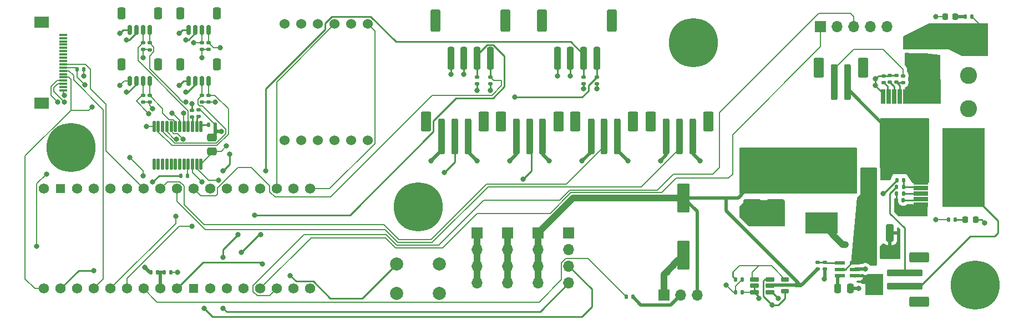
<source format=gbr>
%TF.GenerationSoftware,KiCad,Pcbnew,7.0.1-0*%
%TF.CreationDate,2023-09-22T11:11:22-04:00*%
%TF.ProjectId,Segway V7,53656777-6179-4205-9637-2e6b69636164,V1*%
%TF.SameCoordinates,Original*%
%TF.FileFunction,Copper,L1,Top*%
%TF.FilePolarity,Positive*%
%FSLAX46Y46*%
G04 Gerber Fmt 4.6, Leading zero omitted, Abs format (unit mm)*
G04 Created by KiCad (PCBNEW 7.0.1-0) date 2023-09-22 11:11:22*
%MOMM*%
%LPD*%
G01*
G04 APERTURE LIST*
G04 Aperture macros list*
%AMRoundRect*
0 Rectangle with rounded corners*
0 $1 Rounding radius*
0 $2 $3 $4 $5 $6 $7 $8 $9 X,Y pos of 4 corners*
0 Add a 4 corners polygon primitive as box body*
4,1,4,$2,$3,$4,$5,$6,$7,$8,$9,$2,$3,0*
0 Add four circle primitives for the rounded corners*
1,1,$1+$1,$2,$3*
1,1,$1+$1,$4,$5*
1,1,$1+$1,$6,$7*
1,1,$1+$1,$8,$9*
0 Add four rect primitives between the rounded corners*
20,1,$1+$1,$2,$3,$4,$5,0*
20,1,$1+$1,$4,$5,$6,$7,0*
20,1,$1+$1,$6,$7,$8,$9,0*
20,1,$1+$1,$8,$9,$2,$3,0*%
G04 Aperture macros list end*
%TA.AperFunction,ComponentPad*%
%ADD10R,2.600000X2.600000*%
%TD*%
%TA.AperFunction,ComponentPad*%
%ADD11C,2.600000*%
%TD*%
%TA.AperFunction,SMDPad,CuDef*%
%ADD12RoundRect,0.150000X-0.150000X-0.625000X0.150000X-0.625000X0.150000X0.625000X-0.150000X0.625000X0*%
%TD*%
%TA.AperFunction,SMDPad,CuDef*%
%ADD13RoundRect,0.250000X-0.350000X-0.650000X0.350000X-0.650000X0.350000X0.650000X-0.350000X0.650000X0*%
%TD*%
%TA.AperFunction,SMDPad,CuDef*%
%ADD14RoundRect,0.135000X-0.185000X0.135000X-0.185000X-0.135000X0.185000X-0.135000X0.185000X0.135000X0*%
%TD*%
%TA.AperFunction,ComponentPad*%
%ADD15C,7.500000*%
%TD*%
%TA.AperFunction,SMDPad,CuDef*%
%ADD16RoundRect,0.048800X-0.541200X-0.256200X0.541200X-0.256200X0.541200X0.256200X-0.541200X0.256200X0*%
%TD*%
%TA.AperFunction,ComponentPad*%
%ADD17R,1.700000X1.700000*%
%TD*%
%TA.AperFunction,ComponentPad*%
%ADD18O,1.700000X1.700000*%
%TD*%
%TA.AperFunction,SMDPad,CuDef*%
%ADD19RoundRect,0.250000X-0.625000X0.375000X-0.625000X-0.375000X0.625000X-0.375000X0.625000X0.375000X0*%
%TD*%
%TA.AperFunction,SMDPad,CuDef*%
%ADD20RoundRect,0.250000X0.250000X1.500000X-0.250000X1.500000X-0.250000X-1.500000X0.250000X-1.500000X0*%
%TD*%
%TA.AperFunction,SMDPad,CuDef*%
%ADD21RoundRect,0.250001X0.499999X1.449999X-0.499999X1.449999X-0.499999X-1.449999X0.499999X-1.449999X0*%
%TD*%
%TA.AperFunction,SMDPad,CuDef*%
%ADD22RoundRect,0.135000X0.185000X-0.135000X0.185000X0.135000X-0.185000X0.135000X-0.185000X-0.135000X0*%
%TD*%
%TA.AperFunction,SMDPad,CuDef*%
%ADD23RoundRect,0.020500X-0.184500X0.764500X-0.184500X-0.764500X0.184500X-0.764500X0.184500X0.764500X0*%
%TD*%
%TA.AperFunction,SMDPad,CuDef*%
%ADD24RoundRect,0.135000X0.135000X0.185000X-0.135000X0.185000X-0.135000X-0.185000X0.135000X-0.185000X0*%
%TD*%
%TA.AperFunction,SMDPad,CuDef*%
%ADD25RoundRect,0.041300X0.683700X0.253700X-0.683700X0.253700X-0.683700X-0.253700X0.683700X-0.253700X0*%
%TD*%
%TA.AperFunction,SMDPad,CuDef*%
%ADD26RoundRect,0.135000X-0.135000X-0.185000X0.135000X-0.185000X0.135000X0.185000X-0.135000X0.185000X0*%
%TD*%
%TA.AperFunction,ComponentPad*%
%ADD27C,1.574800*%
%TD*%
%TA.AperFunction,ComponentPad*%
%ADD28R,1.473200X1.473200*%
%TD*%
%TA.AperFunction,SMDPad,CuDef*%
%ADD29RoundRect,0.250000X-2.500000X0.250000X-2.500000X-0.250000X2.500000X-0.250000X2.500000X0.250000X0*%
%TD*%
%TA.AperFunction,SMDPad,CuDef*%
%ADD30RoundRect,0.250000X-1.250000X0.550000X-1.250000X-0.550000X1.250000X-0.550000X1.250000X0.550000X0*%
%TD*%
%TA.AperFunction,SMDPad,CuDef*%
%ADD31RoundRect,0.250000X-0.325000X-1.100000X0.325000X-1.100000X0.325000X1.100000X-0.325000X1.100000X0*%
%TD*%
%TA.AperFunction,SMDPad,CuDef*%
%ADD32RoundRect,0.218750X-0.218750X-0.256250X0.218750X-0.256250X0.218750X0.256250X-0.218750X0.256250X0*%
%TD*%
%TA.AperFunction,SMDPad,CuDef*%
%ADD33RoundRect,0.250000X0.475000X-0.337500X0.475000X0.337500X-0.475000X0.337500X-0.475000X-0.337500X0*%
%TD*%
%TA.AperFunction,SMDPad,CuDef*%
%ADD34RoundRect,0.250000X-0.250000X-2.500000X0.250000X-2.500000X0.250000X2.500000X-0.250000X2.500000X0*%
%TD*%
%TA.AperFunction,SMDPad,CuDef*%
%ADD35RoundRect,0.250000X-0.550000X-1.250000X0.550000X-1.250000X0.550000X1.250000X-0.550000X1.250000X0*%
%TD*%
%TA.AperFunction,SMDPad,CuDef*%
%ADD36RoundRect,0.218750X0.218750X0.256250X-0.218750X0.256250X-0.218750X-0.256250X0.218750X-0.256250X0*%
%TD*%
%TA.AperFunction,SMDPad,CuDef*%
%ADD37RoundRect,0.250000X-0.700000X1.950000X-0.700000X-1.950000X0.700000X-1.950000X0.700000X1.950000X0*%
%TD*%
%TA.AperFunction,SMDPad,CuDef*%
%ADD38R,4.950000X3.175000*%
%TD*%
%TA.AperFunction,SMDPad,CuDef*%
%ADD39RoundRect,0.250000X0.250000X0.475000X-0.250000X0.475000X-0.250000X-0.475000X0.250000X-0.475000X0*%
%TD*%
%TA.AperFunction,ComponentPad*%
%ADD40C,2.000000*%
%TD*%
%TA.AperFunction,ComponentPad*%
%ADD41C,1.524000*%
%TD*%
%TA.AperFunction,SMDPad,CuDef*%
%ADD42RoundRect,0.250000X-1.100000X0.325000X-1.100000X-0.325000X1.100000X-0.325000X1.100000X0.325000X0*%
%TD*%
%TA.AperFunction,SMDPad,CuDef*%
%ADD43RoundRect,0.012400X-1.027600X-0.297600X1.027600X-0.297600X1.027600X0.297600X-1.027600X0.297600X0*%
%TD*%
%TA.AperFunction,SMDPad,CuDef*%
%ADD44RoundRect,0.164100X-2.790900X-2.570900X2.790900X-2.570900X2.790900X2.570900X-2.790900X2.570900X0*%
%TD*%
%TA.AperFunction,SMDPad,CuDef*%
%ADD45RoundRect,0.250000X0.375000X0.625000X-0.375000X0.625000X-0.375000X-0.625000X0.375000X-0.625000X0*%
%TD*%
%TA.AperFunction,SMDPad,CuDef*%
%ADD46RoundRect,0.090000X-0.585000X-0.210000X0.585000X-0.210000X0.585000X0.210000X-0.585000X0.210000X0*%
%TD*%
%TA.AperFunction,SMDPad,CuDef*%
%ADD47RoundRect,0.012400X-0.297600X1.027600X-0.297600X-1.027600X0.297600X-1.027600X0.297600X1.027600X0*%
%TD*%
%TA.AperFunction,SMDPad,CuDef*%
%ADD48RoundRect,0.164100X-2.570900X2.790900X-2.570900X-2.790900X2.570900X-2.790900X2.570900X2.790900X0*%
%TD*%
%TA.AperFunction,SMDPad,CuDef*%
%ADD49R,1.300000X0.300000*%
%TD*%
%TA.AperFunction,SMDPad,CuDef*%
%ADD50R,2.200000X1.800000*%
%TD*%
%TA.AperFunction,ViaPad*%
%ADD51C,0.800000*%
%TD*%
%TA.AperFunction,Conductor*%
%ADD52C,0.127000*%
%TD*%
%TA.AperFunction,Conductor*%
%ADD53C,0.250000*%
%TD*%
%TA.AperFunction,Conductor*%
%ADD54C,0.200000*%
%TD*%
%TA.AperFunction,Conductor*%
%ADD55C,1.000000*%
%TD*%
%TA.AperFunction,Conductor*%
%ADD56C,0.500000*%
%TD*%
G04 APERTURE END LIST*
D10*
%TO.P,J10,1,Pin_1*%
%TO.N,/VBAT_IN*%
X246000000Y-116080000D03*
D11*
%TO.P,J10,2,Pin_2*%
%TO.N,GND*%
X246000000Y-111000000D03*
%TO.P,J10,3,Pin_3*%
X246000000Y-105920000D03*
%TO.P,J10,4,Pin_4*%
%TO.N,/VBAT_MOTOR*%
X246000000Y-100840000D03*
%TD*%
D12*
%TO.P,i2c1,1,GND*%
%TO.N,GND*%
X118000000Y-99000000D03*
%TO.P,i2c1,2,3.3V*%
%TO.N,+3.3V*%
X119000000Y-99000000D03*
%TO.P,i2c1,3,SDA*%
%TO.N,/SD0*%
X120000000Y-99000000D03*
%TO.P,i2c1,4,SCL*%
%TO.N,/SC0*%
X121000000Y-99000000D03*
D13*
%TO.P,i2c1,MP*%
%TO.N,N/C*%
X116700000Y-96475000D03*
X122300000Y-96475000D03*
%TD*%
D14*
%TO.P,RSD2,1*%
%TO.N,/SD2*%
X129000000Y-100990000D03*
%TO.P,RSD2,2*%
%TO.N,+3.3V*%
X129000000Y-102010000D03*
%TD*%
D15*
%TO.P,REF\u002A\u002A,1*%
%TO.N,GND*%
X109000000Y-117000000D03*
%TD*%
D16*
%TO.P,Q2,1*%
%TO.N,Net-(Q1-Pad1)*%
X217975000Y-137085000D03*
%TO.P,Q2,2*%
%TO.N,+5V*%
X217975000Y-138915000D03*
%TO.P,Q2,3*%
%TO.N,/BUCK_5V*%
X220025000Y-138000000D03*
%TD*%
D17*
%TO.P,J2,1,Pin_1*%
%TO.N,GND*%
X199500000Y-139500000D03*
D18*
%TO.P,J2,2,Pin_2*%
%TO.N,Net-(J2-Pin_2)*%
X202040000Y-139500000D03*
%TO.P,J2,3,Pin_3*%
%TO.N,/BUCK_5V*%
X204580000Y-139500000D03*
%TD*%
D19*
%TO.P,F2,1*%
%TO.N,/VBAT_MOTOR*%
X237500000Y-100600000D03*
%TO.P,F2,2*%
%TO.N,/VBAT_MOTOR_PRE*%
X237500000Y-103400000D03*
%TD*%
D20*
%TO.P,E2,1,A*%
%TO.N,/HALL_R_A*%
X189250000Y-103350000D03*
%TO.P,E2,2,B*%
%TO.N,/HALL_R_B*%
X187250000Y-103350000D03*
%TO.P,E2,3,VCC*%
%TO.N,+3.3V*%
X185250000Y-103350000D03*
%TO.P,E2,4,GND*%
%TO.N,GND*%
X183250000Y-103350000D03*
D21*
%TO.P,E2,MP*%
%TO.N,N/C*%
X191600000Y-97600000D03*
X180900000Y-97600000D03*
%TD*%
D22*
%TO.P,R2,1*%
%TO.N,+3.3V*%
X171000000Y-107250000D03*
%TO.P,R2,2*%
%TO.N,/HALL_L_B*%
X171000000Y-106230000D03*
%TD*%
D23*
%TO.P,U2,1,A0*%
%TO.N,Net-(U2-A0)*%
X128850000Y-113760000D03*
%TO.P,U2,2,A1*%
%TO.N,Net-(U2-A1)*%
X128200000Y-113760000D03*
%TO.P,U2,3,~{RESET}*%
%TO.N,Net-(U2-~{RESET})*%
X127550000Y-113760000D03*
%TO.P,U2,4,SD0*%
%TO.N,/SD0*%
X126900000Y-113760000D03*
%TO.P,U2,5,SC0*%
%TO.N,/SC0*%
X126250000Y-113760000D03*
%TO.P,U2,6,SD1*%
%TO.N,/SD1*%
X125600000Y-113760000D03*
%TO.P,U2,7,SC1*%
%TO.N,/SC1*%
X124950000Y-113760000D03*
%TO.P,U2,8,SD2*%
%TO.N,/SD2*%
X124300000Y-113760000D03*
%TO.P,U2,9,SC2*%
%TO.N,/SC2*%
X123650000Y-113760000D03*
%TO.P,U2,10,SD3*%
%TO.N,/SD3*%
X123000000Y-113760000D03*
%TO.P,U2,11,SC3*%
%TO.N,/SC3*%
X122350000Y-113760000D03*
%TO.P,U2,12,GND*%
%TO.N,GND*%
X121700000Y-113760000D03*
%TO.P,U2,13,SD4*%
%TO.N,unconnected-(U2-SD4-Pad13)*%
X121700000Y-119500000D03*
%TO.P,U2,14,SC4*%
%TO.N,unconnected-(U2-SC4-Pad14)*%
X122350000Y-119500000D03*
%TO.P,U2,15,SD5*%
%TO.N,unconnected-(U2-SD5-Pad15)*%
X123000000Y-119500000D03*
%TO.P,U2,16,SC5*%
%TO.N,unconnected-(U2-SC5-Pad16)*%
X123650000Y-119500000D03*
%TO.P,U2,17,SD6*%
%TO.N,unconnected-(U2-SD6-Pad17)*%
X124300000Y-119500000D03*
%TO.P,U2,18,SC6*%
%TO.N,unconnected-(U2-SC6-Pad18)*%
X124950000Y-119500000D03*
%TO.P,U2,19,SD7*%
%TO.N,unconnected-(U2-SD7-Pad19)*%
X125600000Y-119500000D03*
%TO.P,U2,20,SC7*%
%TO.N,unconnected-(U2-SC7-Pad20)*%
X126250000Y-119500000D03*
%TO.P,U2,21,A2*%
%TO.N,Net-(U2-A2)*%
X126900000Y-119500000D03*
%TO.P,U2,22,SCL*%
%TO.N,/SCL*%
X127550000Y-119500000D03*
%TO.P,U2,23,SDA*%
%TO.N,/SDA*%
X128200000Y-119500000D03*
%TO.P,U2,24,VCC*%
%TO.N,+3.3V*%
X128850000Y-119500000D03*
%TD*%
D24*
%TO.P,RSE1,1*%
%TO.N,Net-(U5-SE)*%
X236050000Y-125000000D03*
%TO.P,RSE1,2*%
%TO.N,GND*%
X235030000Y-125000000D03*
%TD*%
D14*
%TO.P,R_I2C_PULLUP1,1*%
%TO.N,+3.3V*%
X127500000Y-111250000D03*
%TO.P,R_I2C_PULLUP1,2*%
%TO.N,Net-(U2-~{RESET})*%
X127500000Y-112270000D03*
%TD*%
%TO.P,RSD1,1*%
%TO.N,/SD1*%
X120000000Y-108980000D03*
%TO.P,RSD1,2*%
%TO.N,+3.3V*%
X120000000Y-110000000D03*
%TD*%
D25*
%TO.P,U3,1,GND*%
%TO.N,GND*%
X228655000Y-136507500D03*
%TO.P,U3,2,SW*%
%TO.N,Net-(U3-SW)*%
X228655000Y-135557500D03*
%TO.P,U3,3,VIN*%
%TO.N,/VBAT_MCU*%
X228655000Y-134607500D03*
%TO.P,U3,4,VFB*%
%TO.N,Net-(U3-VFB)*%
X226345000Y-134607500D03*
%TO.P,U3,5,EN*%
%TO.N,/VBAT_MCU*%
X226345000Y-135557500D03*
%TO.P,U3,6,VBST*%
%TO.N,Net-(U3-VBST)*%
X226345000Y-136507500D03*
%TD*%
D24*
%TO.P,RCs1,1*%
%TO.N,Net-(U5-CS)*%
X236060000Y-124000000D03*
%TO.P,RCs1,2*%
%TO.N,GND*%
X235040000Y-124000000D03*
%TD*%
D26*
%TO.P,R_ZVD_2,1*%
%TO.N,Net-(Q1-Pad1)*%
X210455000Y-137085000D03*
%TO.P,R_ZVD_2,2*%
%TO.N,GND*%
X211475000Y-137085000D03*
%TD*%
D22*
%TO.P,RSE2,1*%
%TO.N,Net-(U6-SE)*%
X233040000Y-107020000D03*
%TO.P,RSE2,2*%
%TO.N,GND*%
X233040000Y-106000000D03*
%TD*%
D14*
%TO.P,RSC1,1*%
%TO.N,/SC1*%
X121000000Y-109000000D03*
%TO.P,RSC1,2*%
%TO.N,+3.3V*%
X121000000Y-110020000D03*
%TD*%
D26*
%TO.P,R_LED1,1*%
%TO.N,/WS2812*%
X193730000Y-139750000D03*
%TO.P,R_LED1,2*%
%TO.N,Net-(J2-Pin_2)*%
X194750000Y-139750000D03*
%TD*%
D27*
%TO.P,U1,34,IO35*%
%TO.N,/MOSI*%
X104880000Y-138500000D03*
%TO.P,U1,33,IO37*%
%TO.N,/MISO*%
X107420000Y-138500000D03*
%TO.P,U1,32,IO36*%
%TO.N,/SCK*%
X109960000Y-138500000D03*
%TO.P,U1,31,IO34*%
%TO.N,/TFT_D{slash}C*%
X112500000Y-138500000D03*
%TO.P,U1,30,IO9*%
%TO.N,/SCL*%
X115040000Y-138500000D03*
%TO.P,U1,29,IO8*%
%TO.N,/SDA*%
X117580000Y-138500000D03*
%TO.P,U1,28,IO7*%
%TO.N,/WS2812*%
X120120000Y-138500000D03*
%TO.P,U1,27,IO6*%
%TO.N,/BAT_READING*%
X122660000Y-138500000D03*
%TO.P,U1,26,RST*%
%TO.N,/RST*%
X125200000Y-138500000D03*
D28*
%TO.P,U1,25,GND*%
%TO.N,GND*%
X127740000Y-138500000D03*
D27*
%TO.P,U1,24,TX*%
%TO.N,/TX*%
X130280000Y-138500000D03*
%TO.P,U1,23,RX*%
%TO.N,/RX*%
X132820000Y-138500000D03*
%TO.P,U1,22,IO38*%
%TO.N,/HALL_L_B*%
X135360000Y-138500000D03*
%TO.P,U1,21,IO39*%
%TO.N,/DIR1*%
X137900000Y-138500000D03*
%TO.P,U1,20,IO40*%
%TO.N,/DIR2*%
X140440000Y-138500000D03*
%TO.P,U1,19,IO41*%
%TO.N,/PWM1*%
X142980000Y-138500000D03*
%TO.P,U1,18,IO42*%
%TO.N,/PWM2*%
X145520000Y-138500000D03*
%TO.P,U1,17,IO12*%
%TO.N,/IMU_CS*%
X145520000Y-123260000D03*
%TO.P,U1,16,IO13*%
%TO.N,/IMU_INT*%
X142980000Y-123260000D03*
%TO.P,U1,15,IO14*%
%TO.N,/IMU_RST*%
X140440000Y-123260000D03*
%TO.P,U1,14,IO15*%
%TO.N,/HALL_R_B*%
X137900000Y-123260000D03*
%TO.P,U1,13,IO16*%
%TO.N,/HALL_R_A*%
X135360000Y-123260000D03*
%TO.P,U1,12,LDO2_OUT*%
%TO.N,unconnected-(U1-LDO2_OUT-Pad12)*%
X132820000Y-123260000D03*
%TO.P,U1,11,IO0*%
%TO.N,/TFT_RST*%
X130280000Y-123260000D03*
%TO.P,U1,10,IO21*%
%TO.N,/HALL_L_A*%
X127740000Y-123260000D03*
%TO.P,U1,9,IO5*%
%TO.N,/A4*%
X125200000Y-123260000D03*
%TO.P,U1,8,IO4*%
%TO.N,/A3*%
X122660000Y-123260000D03*
%TO.P,U1,7,IO3*%
%TO.N,/TFT_CS*%
X120120000Y-123260000D03*
%TO.P,U1,6,IO2*%
%TO.N,/A1*%
X117580000Y-123260000D03*
%TO.P,U1,5,IO1*%
%TO.N,/A0*%
X115040000Y-123260000D03*
%TO.P,U1,4,3V3*%
%TO.N,+3.3V*%
X112500000Y-123260000D03*
%TO.P,U1,3,5V*%
%TO.N,+5V*%
X109960000Y-123260000D03*
D28*
%TO.P,U1,2,GND*%
%TO.N,GND*%
X107420000Y-123260000D03*
D27*
%TO.P,U1,1,VBAT*%
%TO.N,unconnected-(U1-VBAT-Pad1)*%
X104880000Y-123260000D03*
%TD*%
D17*
%TO.P,J8,1,Pin_1*%
%TO.N,/DIR1*%
X223420000Y-98500000D03*
D18*
%TO.P,J8,2,Pin_2*%
%TO.N,/PWM1*%
X225960000Y-98500000D03*
%TO.P,J8,3,Pin_3*%
%TO.N,/DIR2*%
X228500000Y-98500000D03*
%TO.P,J8,4,Pin_4*%
%TO.N,/PWM2*%
X231040000Y-98500000D03*
%TO.P,J8,5,Pin_5*%
%TO.N,GND*%
X233580000Y-98500000D03*
%TD*%
D17*
%TO.P,J3,1,Pin_1*%
%TO.N,+3.3V*%
X171000000Y-130000000D03*
D18*
%TO.P,J3,2,Pin_2*%
X171000000Y-132540000D03*
%TO.P,J3,3,Pin_3*%
X171000000Y-135080000D03*
%TO.P,J3,4,Pin_4*%
X171000000Y-137620000D03*
%TD*%
D17*
%TO.P,J7,1,Pin_1*%
%TO.N,GND*%
X185000000Y-130000000D03*
D18*
%TO.P,J7,2,Pin_2*%
%TO.N,+3.3V*%
X185000000Y-132540000D03*
%TO.P,J7,3,Pin_3*%
%TO.N,/RX*%
X185000000Y-135080000D03*
%TO.P,J7,4,Pin_4*%
%TO.N,/TX*%
X185000000Y-137620000D03*
%TD*%
D24*
%TO.P,RBAT2,1*%
%TO.N,/BAT_READING*%
X122260000Y-136000000D03*
%TO.P,RBAT2,2*%
%TO.N,GND*%
X121240000Y-136000000D03*
%TD*%
D29*
%TO.P,POWER SWITCH,1*%
%TO.N,Net-(R_PWR1-Pad1)*%
X236250000Y-136100000D03*
%TO.P,POWER SWITCH,2*%
%TO.N,/VBAT_IN*%
X236250000Y-138100000D03*
D30*
%TO.P,POWER SWITCH,MP*%
%TO.N,N/C*%
X238500000Y-133700000D03*
X238500000Y-140500000D03*
%TD*%
D31*
%TO.P,Cin1,1*%
%TO.N,/VBAT_MCU*%
X231065000Y-130007500D03*
%TO.P,Cin1,2*%
%TO.N,GND*%
X234015000Y-130007500D03*
%TD*%
D32*
%TO.P,D1,1,K*%
%TO.N,GND*%
X242425000Y-97000000D03*
%TO.P,D1,2,A*%
%TO.N,Net-(D1-A)*%
X244000000Y-97000000D03*
%TD*%
D33*
%TO.P,C_i2C1,1*%
%TO.N,+3.3V*%
X130500000Y-117537500D03*
%TO.P,C_i2C1,2*%
%TO.N,GND*%
X130500000Y-115462500D03*
%TD*%
D34*
%TO.P,MOTOR SWITCH,1*%
%TO.N,Net-(R_MTR1-Pad1)*%
X225540000Y-107000000D03*
%TO.P,MOTOR SWITCH,2*%
%TO.N,/VBAT*%
X227540000Y-107000000D03*
D35*
%TO.P,MOTOR SWITCH,MP*%
%TO.N,N/C*%
X223140000Y-104750000D03*
X229940000Y-104750000D03*
%TD*%
D36*
%TO.P,D2,1,K*%
%TO.N,GND*%
X247115000Y-128000000D03*
%TO.P,D2,2,A*%
%TO.N,Net-(D2-A)*%
X245540000Y-128000000D03*
%TD*%
D22*
%TO.P,RCs2,1*%
%TO.N,Net-(U6-CS)*%
X234000000Y-107000000D03*
%TO.P,RCs2,2*%
%TO.N,GND*%
X234000000Y-105980000D03*
%TD*%
D14*
%TO.P,Rfbb1,1*%
%TO.N,Net-(U3-VFB)*%
X224040000Y-134500000D03*
%TO.P,Rfbb1,2*%
%TO.N,GND*%
X224040000Y-135520000D03*
%TD*%
D12*
%TO.P,i2c4,1,GND*%
%TO.N,GND*%
X127000000Y-106825000D03*
%TO.P,i2c4,2,3.3V*%
%TO.N,+3.3V*%
X128000000Y-106825000D03*
%TO.P,i2c4,3,SDA*%
%TO.N,/SD3*%
X129000000Y-106825000D03*
%TO.P,i2c4,4,SCL*%
%TO.N,/SC3*%
X130000000Y-106825000D03*
D13*
%TO.P,i2c4,MP*%
%TO.N,N/C*%
X125700000Y-104300000D03*
X131300000Y-104300000D03*
%TD*%
D17*
%TO.P,J4,1,Pin_1*%
%TO.N,GND*%
X175650000Y-130000000D03*
D18*
%TO.P,J4,2,Pin_2*%
X175650000Y-132540000D03*
%TO.P,J4,3,Pin_3*%
X175650000Y-135080000D03*
%TO.P,J4,4,Pin_4*%
X175650000Y-137620000D03*
%TD*%
D37*
%TO.P,C_LED1,1*%
%TO.N,/BUCK_5V*%
X202500000Y-124650000D03*
%TO.P,C_LED1,2*%
%TO.N,GND*%
X202500000Y-133350000D03*
%TD*%
D14*
%TO.P,RSC0,1*%
%TO.N,/SC0*%
X121000000Y-101000000D03*
%TO.P,RSC0,2*%
%TO.N,+3.3V*%
X121000000Y-102020000D03*
%TD*%
D26*
%TO.P,R7,1*%
%TO.N,Net-(U2-A0)*%
X129980000Y-113500000D03*
%TO.P,R7,2*%
%TO.N,GND*%
X131000000Y-113500000D03*
%TD*%
D22*
%TO.P,Rfbt1,1*%
%TO.N,/BUCK_5V*%
X223000000Y-135510000D03*
%TO.P,Rfbt1,2*%
%TO.N,Net-(U3-VFB)*%
X223000000Y-134490000D03*
%TD*%
D24*
%TO.P,R_PWR2,1*%
%TO.N,Net-(U5-INPUT)*%
X236080000Y-122000000D03*
%TO.P,R_PWR2,2*%
%TO.N,GND*%
X235060000Y-122000000D03*
%TD*%
D14*
%TO.P,R_MTR1,1*%
%TO.N,Net-(R_MTR1-Pad1)*%
X236000000Y-106000000D03*
%TO.P,R_MTR1,2*%
%TO.N,Net-(U6-INPUT)*%
X236000000Y-107020000D03*
%TD*%
%TO.P,RSC3,1*%
%TO.N,/SC3*%
X130000000Y-108980000D03*
%TO.P,RSC3,2*%
%TO.N,+3.3V*%
X130000000Y-110000000D03*
%TD*%
D38*
%TO.P,L1,1,1*%
%TO.N,Net-(U3-SW)*%
X223540000Y-128507500D03*
%TO.P,L1,2,2*%
%TO.N,/BUCK_5V*%
X223540000Y-119492500D03*
%TD*%
D15*
%TO.P,REF\u002A\u002A,3*%
%TO.N,GND*%
X204000000Y-101000000D03*
%TD*%
D12*
%TO.P,i2c2,1,GND*%
%TO.N,GND*%
X118000000Y-106825000D03*
%TO.P,i2c2,2,3.3V*%
%TO.N,+3.3V*%
X119000000Y-106825000D03*
%TO.P,i2c2,3,SDA*%
%TO.N,/SD1*%
X120000000Y-106825000D03*
%TO.P,i2c2,4,SCL*%
%TO.N,/SC1*%
X121000000Y-106825000D03*
D13*
%TO.P,i2c2,MP*%
%TO.N,N/C*%
X116700000Y-104300000D03*
X122300000Y-104300000D03*
%TD*%
D39*
%TO.P,Cbst1,1*%
%TO.N,Net-(U3-SW)*%
X227950000Y-138500000D03*
%TO.P,Cbst1,2*%
%TO.N,Net-(U3-VBST)*%
X226050000Y-138500000D03*
%TD*%
D24*
%TO.P,RBAT1,1*%
%TO.N,/VBAT_MCU*%
X124260000Y-136000000D03*
%TO.P,RBAT1,2*%
%TO.N,/BAT_READING*%
X123240000Y-136000000D03*
%TD*%
D22*
%TO.P,R1,1*%
%TO.N,+3.3V*%
X173000000Y-107260000D03*
%TO.P,R1,2*%
%TO.N,/HALL_L_A*%
X173000000Y-106240000D03*
%TD*%
D40*
%TO.P,SW3,1,1*%
%TO.N,/RST*%
X158750000Y-134750000D03*
X165250000Y-134750000D03*
%TO.P,SW3,2,2*%
%TO.N,GND*%
X158750000Y-139250000D03*
X165250000Y-139250000D03*
%TD*%
D26*
%TO.P,R_PWR1,1*%
%TO.N,Net-(R_PWR1-Pad1)*%
X235040000Y-123000000D03*
%TO.P,R_PWR1,2*%
%TO.N,Net-(U5-INPUT)*%
X236060000Y-123000000D03*
%TD*%
D24*
%TO.P,R_ZVD_1,1*%
%TO.N,Net-(Q1-Pad2)*%
X211475000Y-139085000D03*
%TO.P,R_ZVD_1,2*%
%TO.N,GND*%
X210455000Y-139085000D03*
%TD*%
D14*
%TO.P,RSD3,1*%
%TO.N,/SD3*%
X129000000Y-108990000D03*
%TO.P,RSD3,2*%
%TO.N,+3.3V*%
X129000000Y-110010000D03*
%TD*%
D22*
%TO.P,R_MTR2,1*%
%TO.N,Net-(U6-INPUT)*%
X235040000Y-107000000D03*
%TO.P,R_MTR2,2*%
%TO.N,GND*%
X235040000Y-105980000D03*
%TD*%
D12*
%TO.P,i2c3,1,GND*%
%TO.N,GND*%
X127000000Y-99000000D03*
%TO.P,i2c3,2,3.3V*%
%TO.N,+3.3V*%
X128000000Y-99000000D03*
%TO.P,i2c3,3,SDA*%
%TO.N,/SD2*%
X129000000Y-99000000D03*
%TO.P,i2c3,4,SCL*%
%TO.N,/SC2*%
X130000000Y-99000000D03*
D13*
%TO.P,i2c3,MP*%
%TO.N,N/C*%
X125700000Y-96475000D03*
X131300000Y-96475000D03*
%TD*%
D34*
%TO.P,POT3,1,1*%
%TO.N,+3.3V*%
X188400000Y-115250000D03*
%TO.P,POT3,2,2*%
%TO.N,/A3*%
X190400000Y-115250000D03*
%TO.P,POT3,3,3*%
%TO.N,GND*%
X192400000Y-115250000D03*
D35*
%TO.P,POT3,MP*%
%TO.N,N/C*%
X186000000Y-113000000D03*
X194800000Y-113000000D03*
%TD*%
D24*
%TO.P,R_MOTOR1,1*%
%TO.N,/VBAT_MOTOR*%
X246500000Y-97000000D03*
%TO.P,R_MOTOR1,2*%
%TO.N,Net-(D1-A)*%
X245480000Y-97000000D03*
%TD*%
D41*
%TO.P,A1,1,Vin*%
%TO.N,+3.3V*%
X141650000Y-115890000D03*
%TO.P,A1,2,3Vo*%
%TO.N,unconnected-(A1-3Vo-Pad2)*%
X144190000Y-115890000D03*
%TO.P,A1,3,GND*%
%TO.N,GND*%
X146730000Y-115890000D03*
%TO.P,A1,4,SCL*%
%TO.N,/SCK*%
X149270000Y-115890000D03*
%TO.P,A1,5,SDA*%
%TO.N,/MISO*%
X151810000Y-115890000D03*
%TO.P,A1,6,INT*%
%TO.N,/IMU_INT*%
X154350000Y-115890000D03*
%TO.P,A1,7,BT*%
%TO.N,unconnected-(A1-BT-Pad7)*%
X141650000Y-98110000D03*
%TO.P,A1,8,P0*%
%TO.N,+3.3V*%
X144190000Y-98110000D03*
%TO.P,A1,9,P1*%
X146730000Y-98110000D03*
%TO.P,A1,10,RST*%
%TO.N,/IMU_RST*%
X149270000Y-98110000D03*
%TO.P,A1,11,DI*%
%TO.N,/MOSI*%
X151810000Y-98110000D03*
%TO.P,A1,12,CS*%
%TO.N,/IMU_CS*%
X154350000Y-98110000D03*
%TD*%
D22*
%TO.P,R3,1*%
%TO.N,+3.3V*%
X189250000Y-107250000D03*
%TO.P,R3,2*%
%TO.N,/HALL_R_A*%
X189250000Y-106230000D03*
%TD*%
D17*
%TO.P,J5,1,Pin_1*%
%TO.N,/BUCK_5V*%
X180300000Y-130000000D03*
D18*
%TO.P,J5,2,Pin_2*%
X180300000Y-132540000D03*
%TO.P,J5,3,Pin_3*%
X180300000Y-135080000D03*
%TO.P,J5,4,Pin_4*%
X180300000Y-137620000D03*
%TD*%
D34*
%TO.P,POT4,1,1*%
%TO.N,+3.3V*%
X199900000Y-115250000D03*
%TO.P,POT4,2,2*%
%TO.N,/A4*%
X201900000Y-115250000D03*
%TO.P,POT4,3,3*%
%TO.N,GND*%
X203900000Y-115250000D03*
D35*
%TO.P,POT4,MP*%
%TO.N,N/C*%
X197500000Y-113000000D03*
X206300000Y-113000000D03*
%TD*%
D15*
%TO.P,REF\u002A\u002A,2*%
%TO.N,GND*%
X162000000Y-126000000D03*
%TD*%
D42*
%TO.P,Cout2,1*%
%TO.N,/BUCK_5V*%
X213000000Y-122500000D03*
%TO.P,Cout2,2*%
%TO.N,GND*%
X213000000Y-125450000D03*
%TD*%
D14*
%TO.P,RSD0,1*%
%TO.N,/SD0*%
X120000000Y-100980000D03*
%TO.P,RSD0,2*%
%TO.N,+3.3V*%
X120000000Y-102000000D03*
%TD*%
D43*
%TO.P,U5,1,OUTPUT*%
%TO.N,/VBAT*%
X238730000Y-120600000D03*
%TO.P,U5,2,OUTPUT*%
X238730000Y-121450000D03*
%TO.P,U5,3,OUTPUT*%
X238730000Y-122300000D03*
%TO.P,U5,4,INPUT*%
%TO.N,Net-(U5-INPUT)*%
X238730000Y-123150000D03*
%TO.P,U5,5,CS*%
%TO.N,Net-(U5-CS)*%
X238730000Y-124000000D03*
%TO.P,U5,6,SE*%
%TO.N,Net-(U5-SE)*%
X238730000Y-124850000D03*
%TO.P,U5,7,GND*%
%TO.N,GND*%
X238730000Y-125700000D03*
D44*
%TO.P,U5,8,VCC*%
%TO.N,/VBAT_IN*%
X245540000Y-123150000D03*
%TD*%
D45*
%TO.P,F1,1*%
%TO.N,/VBAT*%
X233440000Y-121000000D03*
%TO.P,F1,2*%
%TO.N,/VBAT_MCU*%
X230640000Y-121000000D03*
%TD*%
D34*
%TO.P,POT2,1,1*%
%TO.N,+3.3V*%
X177000000Y-115250000D03*
%TO.P,POT2,2,2*%
%TO.N,/A1*%
X179000000Y-115250000D03*
%TO.P,POT2,3,3*%
%TO.N,GND*%
X181000000Y-115250000D03*
D35*
%TO.P,POT2,MP*%
%TO.N,N/C*%
X174600000Y-113000000D03*
X183400000Y-113000000D03*
%TD*%
D22*
%TO.P,R8,1*%
%TO.N,Net-(U2-A1)*%
X128500000Y-112260000D03*
%TO.P,R8,2*%
%TO.N,GND*%
X128500000Y-111240000D03*
%TD*%
D24*
%TO.P,R_PWR_LED1,1*%
%TO.N,Net-(D2-A)*%
X244000000Y-128000000D03*
%TO.P,R_PWR_LED1,2*%
%TO.N,/VBAT_MCU*%
X242980000Y-128000000D03*
%TD*%
D20*
%TO.P,E1,1,A*%
%TO.N,/HALL_L_A*%
X173000000Y-103350000D03*
%TO.P,E1,2,B*%
%TO.N,/HALL_L_B*%
X171000000Y-103350000D03*
%TO.P,E1,3,VCC*%
%TO.N,+3.3V*%
X169000000Y-103350000D03*
%TO.P,E1,4,GND*%
%TO.N,GND*%
X167000000Y-103350000D03*
D21*
%TO.P,E1,MP*%
%TO.N,N/C*%
X175350000Y-97600000D03*
X164650000Y-97600000D03*
%TD*%
D24*
%TO.P,R9,1*%
%TO.N,Net-(U2-A2)*%
X126760000Y-121250000D03*
%TO.P,R9,2*%
%TO.N,GND*%
X125740000Y-121250000D03*
%TD*%
D46*
%TO.P,Q1,1*%
%TO.N,Net-(Q1-Pad1)*%
X213290000Y-137135000D03*
%TO.P,Q1,2*%
%TO.N,Net-(Q1-Pad2)*%
X213290000Y-138085000D03*
%TO.P,Q1,3*%
X213290000Y-139035000D03*
%TO.P,Q1,4*%
X215660000Y-139035000D03*
%TO.P,Q1,5*%
%TO.N,/BUCK_5V*%
X215660000Y-138085000D03*
%TO.P,Q1,6*%
%TO.N,+5V*%
X215660000Y-137135000D03*
%TD*%
D15*
%TO.P,REF\u002A\u002A,4*%
%TO.N,GND*%
X247000000Y-138000000D03*
%TD*%
D14*
%TO.P,RSC2,1*%
%TO.N,/SC2*%
X130000000Y-100990000D03*
%TO.P,RSC2,2*%
%TO.N,+3.3V*%
X130000000Y-102010000D03*
%TD*%
D24*
%TO.P,R_TFT1,1*%
%TO.N,+3.3V*%
X111000000Y-105000000D03*
%TO.P,R_TFT1,2*%
%TO.N,/TFT_RST*%
X109980000Y-105000000D03*
%TD*%
D22*
%TO.P,R4,1*%
%TO.N,+3.3V*%
X187250000Y-107250000D03*
%TO.P,R4,2*%
%TO.N,/HALL_R_B*%
X187250000Y-106230000D03*
%TD*%
D47*
%TO.P,U6,1,OUTPUT*%
%TO.N,/VBAT_MOTOR_PRE*%
X238090000Y-109190000D03*
%TO.P,U6,2,OUTPUT*%
X237240000Y-109190000D03*
%TO.P,U6,3,OUTPUT*%
X236390000Y-109190000D03*
%TO.P,U6,4,INPUT*%
%TO.N,Net-(U6-INPUT)*%
X235540000Y-109190000D03*
%TO.P,U6,5,CS*%
%TO.N,Net-(U6-CS)*%
X234690000Y-109190000D03*
%TO.P,U6,6,SE*%
%TO.N,Net-(U6-SE)*%
X233840000Y-109190000D03*
%TO.P,U6,7,GND*%
%TO.N,GND*%
X232990000Y-109190000D03*
D48*
%TO.P,U6,8,VCC*%
%TO.N,/VBAT*%
X235540000Y-116000000D03*
%TD*%
D49*
%TO.P,U4,1,GPIO2*%
%TO.N,unconnected-(U4-GPIO2-Pad1)*%
X107800000Y-99750000D03*
%TO.P,U4,2,GPIO1*%
%TO.N,unconnected-(U4-GPIO1-Pad2)*%
X107800000Y-100250000D03*
%TO.P,U4,3,BUSY/TE*%
%TO.N,unconnected-(U4-BUSY{slash}TE-Pad3)*%
X107800000Y-100750000D03*
%TO.P,U4,4,INT*%
%TO.N,unconnected-(U4-INT-Pad4)*%
X107800000Y-101250000D03*
%TO.P,U4,5,SDA*%
%TO.N,unconnected-(U4-SDA-Pad5)*%
X107800000Y-101750000D03*
%TO.P,U4,6,SCL*%
%TO.N,unconnected-(U4-SCL-Pad6)*%
X107800000Y-102250000D03*
%TO.P,U4,7,TS_CS*%
%TO.N,unconnected-(U4-TS_CS-Pad7)*%
X107800000Y-102750000D03*
%TO.P,U4,8,MEM_CS*%
%TO.N,unconnected-(U4-MEM_CS-Pad8)*%
X107800000Y-103250000D03*
%TO.P,U4,9,SD_CS*%
%TO.N,unconnected-(U4-SD_CS-Pad9)*%
X107800000Y-103750000D03*
%TO.P,U4,10,DISP_CS*%
%TO.N,/TFT_CS*%
X107800000Y-104250000D03*
%TO.P,U4,11,RESET*%
%TO.N,/TFT_RST*%
X107800000Y-104750000D03*
%TO.P,U4,12,DC*%
%TO.N,/TFT_D{slash}C*%
X107800000Y-105250000D03*
%TO.P,U4,13,MISO*%
%TO.N,unconnected-(U4-MISO-Pad13)*%
X107800000Y-105750000D03*
%TO.P,U4,14,MOSI*%
%TO.N,/MOSI*%
X107800000Y-106250000D03*
%TO.P,U4,15,SCK*%
%TO.N,/SCK*%
X107800000Y-106750000D03*
%TO.P,U4,16,GND*%
%TO.N,GND*%
X107800000Y-107250000D03*
%TO.P,U4,17,BACKLITE*%
%TO.N,unconnected-(U4-BACKLITE-Pad17)*%
X107800000Y-107750000D03*
%TO.P,U4,18,VCC*%
%TO.N,+3.3V*%
X107800000Y-108250000D03*
D50*
%TO.P,U4,MP*%
%TO.N,N/C*%
X104550000Y-97850000D03*
X104550000Y-110150000D03*
%TD*%
D34*
%TO.P,POT1,1,1*%
%TO.N,+3.3V*%
X165600000Y-115250000D03*
%TO.P,POT1,2,2*%
%TO.N,/A0*%
X167600000Y-115250000D03*
%TO.P,POT1,3,3*%
%TO.N,GND*%
X169600000Y-115250000D03*
D35*
%TO.P,POT1,MP*%
%TO.N,N/C*%
X163200000Y-113000000D03*
X172000000Y-113000000D03*
%TD*%
D42*
%TO.P,Cout1,1*%
%TO.N,/BUCK_5V*%
X216500000Y-122500000D03*
%TO.P,Cout1,2*%
%TO.N,GND*%
X216500000Y-125450000D03*
%TD*%
D51*
%TO.N,/VBAT_MOTOR_PRE*%
X237000000Y-105000000D03*
X241000000Y-104000000D03*
X240000000Y-104000000D03*
X241000000Y-108000000D03*
X241000000Y-109000000D03*
X240000000Y-109000000D03*
X240000000Y-108000000D03*
X241000000Y-107000000D03*
X240000000Y-107000000D03*
X239000000Y-107000000D03*
X238000000Y-107000000D03*
X238000000Y-106000000D03*
X239000000Y-106000000D03*
X240000000Y-106000000D03*
X241000000Y-106000000D03*
X241000000Y-105000000D03*
X240000000Y-105000000D03*
X239000000Y-105000000D03*
X238000000Y-105000000D03*
%TO.N,/VBAT_MOTOR*%
X247500000Y-102500000D03*
X248250000Y-101500000D03*
X248250000Y-99750000D03*
X247500000Y-98750000D03*
X244500000Y-98750000D03*
X244250000Y-102000000D03*
X243250000Y-101250000D03*
X243250000Y-100250000D03*
X243250000Y-99250000D03*
X242000000Y-99250000D03*
X242000000Y-100250000D03*
X242000000Y-101250000D03*
X240750000Y-101250000D03*
X240750000Y-100250000D03*
X240750000Y-99250000D03*
X239500000Y-99250000D03*
X239500000Y-100250000D03*
X239500000Y-101250000D03*
%TO.N,/VBAT*%
X239250000Y-119500000D03*
X239250000Y-118500000D03*
X239250000Y-117500000D03*
X239250000Y-116000000D03*
X239250000Y-114750000D03*
X239250000Y-113250000D03*
X236750000Y-119500000D03*
X236750000Y-120500000D03*
X235500000Y-120500000D03*
X235500000Y-119500000D03*
X234250000Y-119500000D03*
X233000000Y-119500000D03*
%TO.N,/VBAT_IN*%
X244000000Y-118000000D03*
X248000000Y-119000000D03*
X247000000Y-119000000D03*
X246000000Y-119000000D03*
X245000000Y-119000000D03*
X244000000Y-119000000D03*
X243000000Y-119000000D03*
X243000000Y-118000000D03*
X243000000Y-117000000D03*
X243000000Y-116000000D03*
X243000000Y-115000000D03*
%TO.N,GND*%
X238000000Y-127000000D03*
X236500000Y-126500000D03*
X235250000Y-126500000D03*
X235000000Y-132000000D03*
X234500000Y-133000000D03*
X233250000Y-133000000D03*
%TO.N,Net-(U3-SW)*%
X227250000Y-131750000D03*
%TO.N,GND*%
X232250000Y-138750000D03*
X232250000Y-137750000D03*
X232250000Y-136750000D03*
X231250000Y-138750000D03*
X231250000Y-137750000D03*
X231250000Y-136750000D03*
%TO.N,Net-(U3-SW)*%
X229250000Y-138500000D03*
%TO.N,+3.3V*%
X120000000Y-103250000D03*
X111000000Y-106000000D03*
X176000000Y-119000000D03*
X169000000Y-105750000D03*
X117500000Y-100500000D03*
X187000000Y-119000000D03*
X117500000Y-108500000D03*
X189250000Y-108000000D03*
X131000000Y-110000000D03*
X185250000Y-106000000D03*
X126500000Y-100500000D03*
X127500000Y-110250000D03*
X121500000Y-111000000D03*
X126500000Y-108500000D03*
X173000000Y-108250000D03*
X164000000Y-119000000D03*
X187250000Y-108000000D03*
X129000000Y-103250000D03*
X199000000Y-119000000D03*
X171000000Y-108250000D03*
X132750000Y-116750000D03*
X108000000Y-109000000D03*
%TO.N,GND*%
X125500000Y-107500000D03*
X194000000Y-119000000D03*
X121500000Y-122250000D03*
X200000000Y-136000000D03*
X248500000Y-128500000D03*
X224000000Y-137000000D03*
X205000000Y-119000000D03*
X182000000Y-119000000D03*
X108000000Y-110000000D03*
X116500000Y-107500000D03*
X213000000Y-128000000D03*
X209000000Y-138000000D03*
X171000000Y-119000000D03*
X132000000Y-114500000D03*
X231750000Y-106500000D03*
X215000000Y-128000000D03*
X233000000Y-124000000D03*
X201000000Y-135000000D03*
X183250000Y-106000000D03*
X167000000Y-105750000D03*
X241000000Y-97000000D03*
X125500000Y-99500000D03*
X116500000Y-99500000D03*
X120500000Y-113750000D03*
X231750000Y-107500000D03*
X120250000Y-135250000D03*
X217000000Y-128000000D03*
%TO.N,/SCK*%
X105250000Y-121000000D03*
X107000000Y-110000000D03*
X103750000Y-132000000D03*
%TO.N,/MISO*%
X112500000Y-135750000D03*
X138000000Y-130250000D03*
X135000000Y-133000000D03*
%TO.N,/MOSI*%
X112250000Y-110750000D03*
%TO.N,Net-(U3-SW)*%
X230250000Y-135500000D03*
%TO.N,/HALL_L_B*%
X132250000Y-133750000D03*
X134500000Y-130250000D03*
X137000000Y-127250000D03*
%TO.N,/HALL_R_A*%
X133250000Y-118000000D03*
X132250000Y-120500000D03*
X176750000Y-109250000D03*
%TO.N,/HALL_R_B*%
X138750000Y-120500000D03*
%TO.N,/SCL*%
X125000000Y-127500000D03*
X129000000Y-122250000D03*
%TO.N,/SDA*%
X127500000Y-129000000D03*
X131500000Y-122000000D03*
%TO.N,/TX*%
X132250000Y-141474500D03*
%TO.N,/RX*%
X129375000Y-141500000D03*
%TO.N,/A0*%
X166000000Y-120750000D03*
%TO.N,/A1*%
X178000000Y-121750000D03*
%TO.N,Net-(Q1-Pad2)*%
X216987701Y-139987701D03*
X214000000Y-140000000D03*
%TO.N,+5V*%
X216000000Y-141000000D03*
%TO.N,/SC0*%
X126521001Y-110048599D03*
X126237000Y-111750000D03*
%TO.N,/SD1*%
X124430812Y-111750000D03*
X120855003Y-111763534D03*
%TO.N,/SD2*%
X126093315Y-115650500D03*
X127750000Y-101000000D03*
%TO.N,/SC2*%
X125093812Y-115650500D03*
X131750000Y-101750000D03*
%TO.N,/RST*%
X142500000Y-136500000D03*
X138250000Y-134750000D03*
%TO.N,/VBAT_MCU*%
X125250000Y-136000000D03*
X241000000Y-128000000D03*
X231250000Y-133750000D03*
%TO.N,/TFT_RST*%
X111119622Y-107380378D03*
X120000000Y-121250000D03*
X118000000Y-118500000D03*
%TD*%
D52*
%TO.N,/VBAT_MOTOR*%
X246500000Y-97000000D02*
X247500000Y-98000000D01*
X247500000Y-98000000D02*
X247500000Y-98750000D01*
D53*
%TO.N,/RST*%
X142500000Y-136500000D02*
X143387600Y-137387600D01*
X143387600Y-137387600D02*
X145980772Y-137387600D01*
X145980772Y-137387600D02*
X148593172Y-140000000D01*
X148593172Y-140000000D02*
X153500000Y-140000000D01*
X153500000Y-140000000D02*
X158750000Y-134750000D01*
D54*
%TO.N,/DIR1*%
X137900000Y-138500000D02*
X145650000Y-130750000D01*
X209375000Y-121625000D02*
X210000000Y-121000000D01*
X158552943Y-132250000D02*
X165750000Y-132250000D01*
X165750000Y-132250000D02*
X171000000Y-127000000D01*
X145650000Y-130750000D02*
X157052942Y-130750000D01*
X171000000Y-127000000D02*
X182168630Y-127000000D01*
X157052942Y-130750000D02*
X158552943Y-132250000D01*
X182168630Y-127000000D02*
X185318630Y-123850000D01*
X185318630Y-123850000D02*
X199150000Y-123850000D01*
X199150000Y-123850000D02*
X201375000Y-121625000D01*
X201375000Y-121625000D02*
X209375000Y-121625000D01*
X210000000Y-121000000D02*
X210000000Y-115000000D01*
X210000000Y-115000000D02*
X223420000Y-101580000D01*
X223420000Y-101580000D02*
X223420000Y-98500000D01*
%TO.N,/DIR2*%
X165150000Y-131850000D02*
X172000000Y-125000000D01*
X228500000Y-97000000D02*
X228500000Y-98500000D01*
X139352600Y-139587400D02*
X137449584Y-139587400D01*
X137449584Y-139587400D02*
X136812600Y-138950416D01*
X140440000Y-138500000D02*
X139352600Y-139587400D01*
X157118628Y-130250000D02*
X158718628Y-131850000D01*
X223120000Y-96500000D02*
X228000000Y-96500000D01*
X228000000Y-96500000D02*
X228500000Y-97000000D01*
X136812600Y-138049584D02*
X144612184Y-130250000D01*
X136812600Y-138950416D02*
X136812600Y-138049584D01*
X144612184Y-130250000D02*
X157118628Y-130250000D01*
X158718628Y-131850000D02*
X165150000Y-131850000D01*
X183602944Y-125000000D02*
X185152945Y-123450000D01*
X172000000Y-125000000D02*
X183602944Y-125000000D01*
X185152945Y-123450000D02*
X198550000Y-123450000D01*
X198550000Y-123450000D02*
X201000000Y-121000000D01*
X201000000Y-121000000D02*
X207000000Y-121000000D01*
X207000000Y-121000000D02*
X208000000Y-120000000D01*
X208000000Y-120000000D02*
X208000000Y-111620000D01*
X208000000Y-111620000D02*
X223120000Y-96500000D01*
D53*
%TO.N,/VBAT_MCU*%
X231250000Y-133750000D02*
X231065000Y-133565000D01*
X231065000Y-133565000D02*
X231065000Y-130007500D01*
D55*
%TO.N,Net-(U3-SW)*%
X227250000Y-131750000D02*
X226782500Y-131750000D01*
X226782500Y-131750000D02*
X223540000Y-128507500D01*
D56*
%TO.N,Net-(U3-VBST)*%
X226050000Y-138500000D02*
X226050000Y-136802500D01*
X226050000Y-136802500D02*
X226345000Y-136507500D01*
%TO.N,Net-(U3-SW)*%
X230250000Y-135500000D02*
X228712500Y-135500000D01*
X228712500Y-135500000D02*
X228655000Y-135557500D01*
X227950000Y-138500000D02*
X229250000Y-138500000D01*
%TO.N,/BUCK_5V*%
X220025000Y-138000000D02*
X220510000Y-138000000D01*
X220510000Y-138000000D02*
X223000000Y-135510000D01*
D53*
%TO.N,+3.3V*%
X187250000Y-107250000D02*
X187250000Y-108000000D01*
D56*
X130500000Y-117850000D02*
X130500000Y-117537500D01*
D54*
X120980000Y-102000000D02*
X121000000Y-102020000D01*
D53*
X169000000Y-103350000D02*
X169000000Y-105750000D01*
D55*
X171000000Y-132540000D02*
X171000000Y-135080000D01*
D54*
X107800000Y-108800000D02*
X108000000Y-109000000D01*
D53*
X126771751Y-108500000D02*
X126500000Y-108500000D01*
D54*
X129000000Y-110010000D02*
X129990000Y-110010000D01*
D53*
X128000000Y-99446751D02*
X126946751Y-100500000D01*
X117946751Y-100500000D02*
X117500000Y-100500000D01*
X171000000Y-107250000D02*
X171000000Y-108250000D01*
D56*
X165600000Y-117400000D02*
X164000000Y-119000000D01*
D54*
X130000000Y-110000000D02*
X131000000Y-110000000D01*
X120980000Y-110000000D02*
X121000000Y-110020000D01*
D56*
X177000000Y-115250000D02*
X177000000Y-118000000D01*
D53*
X128000000Y-99000000D02*
X128000000Y-99446751D01*
D54*
X121000000Y-110020000D02*
X121000000Y-110500000D01*
D53*
X119000000Y-99000000D02*
X119000000Y-99446751D01*
D55*
X171000000Y-135080000D02*
X171000000Y-137620000D01*
D54*
X111000000Y-105000000D02*
X111000000Y-106000000D01*
D53*
X119000000Y-106825000D02*
X119000000Y-107271751D01*
D56*
X199900000Y-115250000D02*
X199900000Y-118100000D01*
D53*
X173000000Y-107260000D02*
X173000000Y-108250000D01*
D54*
X131962500Y-117537500D02*
X132750000Y-116750000D01*
D56*
X165600000Y-115250000D02*
X165600000Y-117400000D01*
D54*
X128850000Y-119500000D02*
X130500000Y-117850000D01*
D53*
X128000000Y-106825000D02*
X128000000Y-107271751D01*
D54*
X129990000Y-110010000D02*
X130000000Y-110000000D01*
D53*
X128000000Y-107271751D02*
X126771751Y-108500000D01*
D54*
X120000000Y-110000000D02*
X120980000Y-110000000D01*
X121000000Y-110500000D02*
X121500000Y-111000000D01*
X120000000Y-102000000D02*
X120980000Y-102000000D01*
D53*
X126946751Y-100500000D02*
X126500000Y-100500000D01*
D56*
X199900000Y-118100000D02*
X199000000Y-119000000D01*
D53*
X119000000Y-99446751D02*
X117946751Y-100500000D01*
D55*
X171000000Y-130000000D02*
X171000000Y-132540000D01*
D53*
X185250000Y-103350000D02*
X185250000Y-106000000D01*
X117771751Y-108500000D02*
X117500000Y-108500000D01*
D54*
X130000000Y-102010000D02*
X129000000Y-102010000D01*
D53*
X189250000Y-107250000D02*
X189250000Y-108000000D01*
D54*
X129000000Y-102010000D02*
X129000000Y-103250000D01*
D56*
X188400000Y-115250000D02*
X188400000Y-117600000D01*
X188400000Y-117600000D02*
X187000000Y-119000000D01*
D53*
X127500000Y-111250000D02*
X127500000Y-110250000D01*
X119000000Y-107271751D02*
X117771751Y-108500000D01*
D54*
X120000000Y-102000000D02*
X120000000Y-103250000D01*
X130500000Y-117537500D02*
X131962500Y-117537500D01*
D56*
X177000000Y-118000000D02*
X176000000Y-119000000D01*
D54*
X107800000Y-108250000D02*
X107800000Y-108800000D01*
D53*
%TO.N,GND*%
X122500000Y-121250000D02*
X121500000Y-122250000D01*
X232990000Y-109190000D02*
X232990000Y-108740000D01*
D55*
X201000000Y-134850000D02*
X201000000Y-135000000D01*
D56*
X203900000Y-115250000D02*
X203900000Y-117900000D01*
X181000000Y-118000000D02*
X182000000Y-119000000D01*
D55*
X175650000Y-135080000D02*
X175650000Y-137620000D01*
D53*
X234000000Y-105980000D02*
X235040000Y-105980000D01*
D54*
X106400000Y-107815686D02*
X106400000Y-108400000D01*
D55*
X199850000Y-136000000D02*
X199500000Y-136350000D01*
D56*
X131000000Y-114962500D02*
X131000000Y-114250000D01*
D53*
X233980000Y-106000000D02*
X234000000Y-105980000D01*
X232250000Y-106000000D02*
X233040000Y-106000000D01*
D56*
X203900000Y-117900000D02*
X205000000Y-119000000D01*
D53*
X126175000Y-106825000D02*
X125500000Y-107500000D01*
X235040000Y-124990000D02*
X235030000Y-125000000D01*
D56*
X192400000Y-115250000D02*
X192400000Y-117400000D01*
D53*
X127000000Y-106825000D02*
X126175000Y-106825000D01*
X126000000Y-99000000D02*
X125500000Y-99500000D01*
D54*
X210085000Y-139085000D02*
X209000000Y-138000000D01*
D55*
X175650000Y-132540000D02*
X175650000Y-135080000D01*
D53*
X127000000Y-99000000D02*
X126000000Y-99000000D01*
D54*
X242425000Y-97000000D02*
X241000000Y-97000000D01*
D56*
X181000000Y-115250000D02*
X181000000Y-118000000D01*
D54*
X117175000Y-106825000D02*
X116500000Y-107500000D01*
D53*
X231750000Y-107500000D02*
X231750000Y-106500000D01*
D55*
X200000000Y-136000000D02*
X199850000Y-136000000D01*
D52*
X120510000Y-113760000D02*
X120500000Y-113750000D01*
D55*
X201000000Y-135000000D02*
X200850000Y-135000000D01*
D53*
X232990000Y-108740000D02*
X231750000Y-107500000D01*
X231750000Y-106500000D02*
X232250000Y-106000000D01*
D56*
X130500000Y-115462500D02*
X131000000Y-114962500D01*
D52*
X121700000Y-113760000D02*
X120510000Y-113760000D01*
D53*
X233000000Y-124000000D02*
X233060000Y-124000000D01*
D55*
X200850000Y-135000000D02*
X200000000Y-135850000D01*
X202500000Y-133350000D02*
X201000000Y-134850000D01*
D53*
X233040000Y-106000000D02*
X233980000Y-106000000D01*
D56*
X192400000Y-117400000D02*
X194000000Y-119000000D01*
D55*
X199500000Y-136350000D02*
X199500000Y-139500000D01*
D54*
X118000000Y-106825000D02*
X117175000Y-106825000D01*
D56*
X121000000Y-136000000D02*
X120250000Y-135250000D01*
D53*
X228655000Y-136507500D02*
X228655000Y-136655000D01*
D56*
X224040000Y-135520000D02*
X224040000Y-136960000D01*
D53*
X125740000Y-121250000D02*
X122500000Y-121250000D01*
D54*
X210455000Y-139085000D02*
X210085000Y-139085000D01*
D53*
X233060000Y-124000000D02*
X235060000Y-122000000D01*
D55*
X200000000Y-135850000D02*
X200000000Y-136000000D01*
D56*
X169600000Y-117600000D02*
X171000000Y-119000000D01*
D54*
X128740000Y-111240000D02*
X131000000Y-113500000D01*
X128500000Y-111240000D02*
X128740000Y-111240000D01*
X210455000Y-138105000D02*
X211475000Y-137085000D01*
D56*
X131000000Y-114250000D02*
X131250000Y-114500000D01*
X169600000Y-115250000D02*
X169600000Y-117600000D01*
D53*
X117000000Y-99000000D02*
X116500000Y-99500000D01*
X248000000Y-128000000D02*
X248500000Y-128500000D01*
D54*
X107800000Y-107250000D02*
X106965686Y-107250000D01*
D53*
X167000000Y-103350000D02*
X167000000Y-105750000D01*
D56*
X121240000Y-136000000D02*
X121000000Y-136000000D01*
D54*
X210455000Y-139085000D02*
X210455000Y-138105000D01*
D53*
X224040000Y-136960000D02*
X224000000Y-137000000D01*
X183250000Y-103350000D02*
X183250000Y-106000000D01*
X247115000Y-128000000D02*
X248000000Y-128000000D01*
D55*
X175650000Y-130000000D02*
X175650000Y-132540000D01*
D54*
X106965686Y-107250000D02*
X106400000Y-107815686D01*
D56*
X131000000Y-114250000D02*
X131000000Y-113500000D01*
D53*
X235040000Y-124000000D02*
X235040000Y-124990000D01*
D56*
X131250000Y-114500000D02*
X132000000Y-114500000D01*
D53*
X118000000Y-99000000D02*
X117000000Y-99000000D01*
D54*
X106400000Y-108400000D02*
X108000000Y-110000000D01*
%TO.N,/SCK*%
X103792600Y-122457400D02*
X103792600Y-132332600D01*
X106900000Y-106750000D02*
X106000000Y-107650000D01*
X107800000Y-106750000D02*
X106900000Y-106750000D01*
X106000000Y-107650000D02*
X106000000Y-109000000D01*
X106000000Y-109000000D02*
X107000000Y-110000000D01*
X105250000Y-121000000D02*
X103792600Y-122457400D01*
D53*
%TO.N,/MISO*%
X137750000Y-130250000D02*
X138000000Y-130250000D01*
X107420000Y-138500000D02*
X110170000Y-135750000D01*
X135000000Y-133000000D02*
X137750000Y-130250000D01*
X110170000Y-135750000D02*
X112500000Y-135750000D01*
D54*
%TO.N,/IMU_RST*%
X140440000Y-106940000D02*
X140440000Y-123260000D01*
X149270000Y-98110000D02*
X140440000Y-106940000D01*
%TO.N,/MOSI*%
X109000000Y-106550000D02*
X109000000Y-111272435D01*
X102000000Y-137000000D02*
X103500000Y-138500000D01*
X109000000Y-111272435D02*
X102000000Y-118272435D01*
X107800000Y-106250000D02*
X108700000Y-106250000D01*
X103500000Y-138500000D02*
X104880000Y-138500000D01*
X102000000Y-118272435D02*
X102000000Y-137000000D01*
X108700000Y-106250000D02*
X109000000Y-106550000D01*
X111727565Y-111272435D02*
X112250000Y-110750000D01*
X109000000Y-111272435D02*
X111727565Y-111272435D01*
%TO.N,/IMU_CS*%
X154350000Y-98110000D02*
X155412000Y-99172000D01*
X155412000Y-116329895D02*
X148481895Y-123260000D01*
X155412000Y-99172000D02*
X155412000Y-116329895D01*
X148481895Y-123260000D02*
X145520000Y-123260000D01*
%TO.N,Net-(U3-VBST)*%
X226345000Y-136655000D02*
X226345000Y-136507500D01*
D56*
%TO.N,/VBAT*%
X235540000Y-116000000D02*
X227540000Y-108000000D01*
X227540000Y-108000000D02*
X227540000Y-107000000D01*
%TO.N,/BUCK_5V*%
X210850000Y-124650000D02*
X213000000Y-122500000D01*
X219507500Y-119492500D02*
X223540000Y-119492500D01*
X209000000Y-124650000D02*
X209000000Y-126607190D01*
D55*
X180300000Y-132540000D02*
X180300000Y-135080000D01*
D56*
X213000000Y-122500000D02*
X216500000Y-122500000D01*
X202500000Y-124650000D02*
X209000000Y-124650000D01*
X209000000Y-124650000D02*
X210850000Y-124650000D01*
X209000000Y-126607190D02*
X220025000Y-137632190D01*
X220025000Y-138000000D02*
X215745000Y-138000000D01*
D55*
X180300000Y-130000000D02*
X185650000Y-124650000D01*
D54*
X215745000Y-138000000D02*
X215660000Y-138085000D01*
D56*
X220025000Y-137632190D02*
X220025000Y-138000000D01*
X204580000Y-139500000D02*
X204580000Y-126730000D01*
X204580000Y-126730000D02*
X202500000Y-124650000D01*
D55*
X185650000Y-124650000D02*
X202500000Y-124650000D01*
D56*
X216500000Y-122500000D02*
X219507500Y-119492500D01*
D55*
X180300000Y-135080000D02*
X180300000Y-137620000D01*
X180300000Y-130000000D02*
X180300000Y-132540000D01*
D53*
%TO.N,/VBAT_IN*%
X250500000Y-128110000D02*
X245540000Y-123150000D01*
X236250000Y-138100000D02*
X238677079Y-138100000D01*
X238677079Y-138100000D02*
X246277079Y-130500000D01*
X246277079Y-130500000D02*
X250000000Y-130500000D01*
X250500000Y-130000000D02*
X250500000Y-128110000D01*
X250000000Y-130500000D02*
X250500000Y-130000000D01*
D56*
%TO.N,Net-(D1-A)*%
X244000000Y-97000000D02*
X245480000Y-97000000D01*
D53*
%TO.N,Net-(D2-A)*%
X245540000Y-128000000D02*
X244000000Y-128000000D01*
D54*
%TO.N,/HALL_L_A*%
X139352600Y-123710416D02*
X140142184Y-124500000D01*
X148660050Y-124500000D02*
X164160050Y-109000000D01*
X174750000Y-106750000D02*
X173510000Y-106750000D01*
X131367400Y-124075616D02*
X131367400Y-123132600D01*
X173510000Y-106750000D02*
X173000000Y-106240000D01*
X134500000Y-120000000D02*
X136543016Y-120000000D01*
X136543016Y-120000000D02*
X139352600Y-122809584D01*
X127740000Y-123260000D02*
X128827400Y-124347400D01*
X173250000Y-109000000D02*
X174750000Y-107500000D01*
X131095616Y-124347400D02*
X131367400Y-124075616D01*
D53*
X173000000Y-103350000D02*
X173000000Y-106240000D01*
D54*
X128827400Y-124347400D02*
X131095616Y-124347400D01*
X139352600Y-122809584D02*
X139352600Y-123710416D01*
X164160050Y-109000000D02*
X173250000Y-109000000D01*
X140142184Y-124500000D02*
X148660050Y-124500000D01*
X174750000Y-107500000D02*
X174750000Y-106750000D01*
X131367400Y-123132600D02*
X134500000Y-120000000D01*
D53*
%TO.N,/HALL_L_B*%
X171000000Y-102786827D02*
X172511827Y-101275000D01*
X167805000Y-109425000D02*
X164325000Y-112905000D01*
X134500000Y-130250000D02*
X132250000Y-132500000D01*
X132250000Y-132500000D02*
X132250000Y-133750000D01*
X164325000Y-112905000D02*
X164325000Y-114488173D01*
X175175000Y-107676040D02*
X173426041Y-109425000D01*
X171000000Y-103350000D02*
X171000000Y-106230000D01*
X173488173Y-101275000D02*
X175175000Y-102961827D01*
X164325000Y-114488173D02*
X151563173Y-127250000D01*
X173426041Y-109425000D02*
X167805000Y-109425000D01*
X172511827Y-101275000D02*
X173488173Y-101275000D01*
X171000000Y-106230000D02*
X171000000Y-102786827D01*
X151563173Y-127250000D02*
X137000000Y-127250000D01*
X175175000Y-102961827D02*
X175175000Y-107676040D01*
%TO.N,/HALL_R_A*%
X189250000Y-106230000D02*
X187975000Y-107505000D01*
X133250000Y-118000000D02*
X133250000Y-119500000D01*
X133250000Y-119500000D02*
X132250000Y-120500000D01*
X187025305Y-109250000D02*
X176750000Y-109250000D01*
X187975000Y-107505000D02*
X187975000Y-108300305D01*
X189250000Y-103350000D02*
X189250000Y-106230000D01*
X187975000Y-108300305D02*
X187025305Y-109250000D01*
%TO.N,/HALL_R_B*%
X147817000Y-98961960D02*
X138750000Y-108028960D01*
X154777251Y-97000000D02*
X148842749Y-97000000D01*
X187250000Y-102786827D02*
X185288173Y-100825000D01*
X187250000Y-103350000D02*
X187250000Y-106230000D01*
X187250000Y-106230000D02*
X187250000Y-102786827D01*
X148842749Y-97000000D02*
X147817000Y-98025749D01*
X147817000Y-98025749D02*
X147817000Y-98961960D01*
X185288173Y-100825000D02*
X158602251Y-100825000D01*
X158602251Y-100825000D02*
X154777251Y-97000000D01*
X138750000Y-108028960D02*
X138750000Y-120500000D01*
D56*
%TO.N,Net-(J2-Pin_2)*%
X196000000Y-141000000D02*
X200540000Y-141000000D01*
X200540000Y-141000000D02*
X202040000Y-139500000D01*
X194750000Y-139750000D02*
X196000000Y-141000000D01*
D52*
%TO.N,/SCL*%
X127550000Y-120800000D02*
X127550000Y-119500000D01*
X125000000Y-128540000D02*
X125000000Y-127500000D01*
X129000000Y-122250000D02*
X127550000Y-120800000D01*
X115040000Y-138500000D02*
X125000000Y-128540000D01*
%TO.N,/SDA*%
X117580000Y-136981669D02*
X125561669Y-129000000D01*
X117580000Y-138500000D02*
X117580000Y-136981669D01*
X129999363Y-122000000D02*
X128200000Y-120200637D01*
X125561669Y-129000000D02*
X127500000Y-129000000D01*
X128200000Y-120200637D02*
X128200000Y-119500000D01*
X131500000Y-122000000D02*
X129999363Y-122000000D01*
D53*
%TO.N,/TX*%
X132250000Y-141474500D02*
X132775500Y-142000000D01*
X132775500Y-142000000D02*
X179250000Y-142000000D01*
X185000000Y-137620000D02*
X180620000Y-142000000D01*
X180620000Y-142000000D02*
X179250000Y-142000000D01*
%TO.N,/RX*%
X185000000Y-135080000D02*
X188500000Y-138580000D01*
X188500000Y-138580000D02*
X188500000Y-141250000D01*
X188500000Y-141250000D02*
X187002000Y-142748000D01*
X187002000Y-142748000D02*
X185750000Y-142748000D01*
X130623000Y-142748000D02*
X186133701Y-142748000D01*
X129375000Y-141500000D02*
X130623000Y-142748000D01*
%TO.N,/A0*%
X166000000Y-120750000D02*
X167600000Y-119150000D01*
X167600000Y-119150000D02*
X167600000Y-115250000D01*
%TO.N,/A1*%
X178000000Y-121750000D02*
X179250000Y-120500000D01*
X179250000Y-115500000D02*
X179000000Y-115250000D01*
X179250000Y-120500000D02*
X179250000Y-115500000D01*
D54*
%TO.N,/A3*%
X159050000Y-131050000D02*
X156750000Y-128750000D01*
X156750000Y-128750000D02*
X129360503Y-128750000D01*
X123747400Y-122172600D02*
X122660000Y-123260000D01*
X184627817Y-122550000D02*
X172450000Y-122550000D01*
X190400000Y-116777817D02*
X184627817Y-122550000D01*
X163950000Y-131050000D02*
X159050000Y-131050000D01*
X129360503Y-128750000D02*
X126287400Y-125676897D01*
X126287400Y-122809584D02*
X125650416Y-122172600D01*
X172450000Y-122550000D02*
X163950000Y-131050000D01*
X190400000Y-115250000D02*
X190400000Y-116777817D01*
X125650416Y-122172600D02*
X123747400Y-122172600D01*
X126287400Y-125676897D02*
X126287400Y-122809584D01*
%TO.N,/A4*%
X172650000Y-122950000D02*
X164150000Y-131450000D01*
X164150000Y-131450000D02*
X158884314Y-131450000D01*
X201900000Y-115250000D02*
X201900000Y-117089950D01*
X125200000Y-125155183D02*
X125200000Y-123260000D01*
X196039950Y-122950000D02*
X172650000Y-122950000D01*
X156934314Y-129500000D02*
X129544817Y-129500000D01*
X158884314Y-131450000D02*
X156934314Y-129500000D01*
X129544817Y-129500000D02*
X125200000Y-125155183D01*
X201900000Y-117089950D02*
X196039950Y-122950000D01*
%TO.N,Net-(Q1-Pad1)*%
X213000000Y-136845000D02*
X213290000Y-137135000D01*
X213000000Y-136000000D02*
X213000000Y-136845000D01*
X211000000Y-135000000D02*
X214000000Y-135000000D01*
X217975000Y-137085000D02*
X216000000Y-135110000D01*
D53*
X210455000Y-137085000D02*
X210000000Y-136630000D01*
D54*
X214000000Y-135000000D02*
X213000000Y-136000000D01*
X216000000Y-135110000D02*
X216000000Y-135000000D01*
X210000000Y-136000000D02*
X211000000Y-135000000D01*
D53*
X210000000Y-136630000D02*
X210000000Y-136000000D01*
D54*
X216000000Y-135000000D02*
X214000000Y-135000000D01*
D53*
%TO.N,Net-(Q1-Pad2)*%
X215660000Y-139035000D02*
X216035000Y-139035000D01*
X216035000Y-139035000D02*
X216987701Y-139987701D01*
D54*
X211475000Y-139085000D02*
X213240000Y-139085000D01*
D53*
X214000000Y-140000000D02*
X214000000Y-139745000D01*
X214000000Y-139745000D02*
X213290000Y-139035000D01*
D54*
X213240000Y-139085000D02*
X213290000Y-139035000D01*
D53*
X213290000Y-139035000D02*
X213290000Y-138085000D01*
%TO.N,+5V*%
X217975000Y-140025000D02*
X217975000Y-138915000D01*
X216000000Y-141000000D02*
X217000000Y-141000000D01*
X214660000Y-137333101D02*
X214660000Y-139660000D01*
X214660000Y-139660000D02*
X216000000Y-141000000D01*
X214858101Y-137135000D02*
X214660000Y-137333101D01*
X215660000Y-137135000D02*
X214858101Y-137135000D01*
X217000000Y-141000000D02*
X217975000Y-140025000D01*
D52*
%TO.N,/SD0*%
X119230000Y-101750000D02*
X119230000Y-103695223D01*
X120000000Y-100980000D02*
X119230000Y-101750000D01*
D54*
X120000000Y-99000000D02*
X120000000Y-101000000D01*
D52*
X119230000Y-103695223D02*
X126900000Y-111365223D01*
X126900000Y-111365223D02*
X126900000Y-113760000D01*
%TO.N,/SC0*%
X126521001Y-110048599D02*
X126048599Y-110048599D01*
D54*
X121000000Y-100375000D02*
X121000000Y-101000000D01*
D52*
X121620000Y-101620000D02*
X121000000Y-101000000D01*
X126048599Y-110048599D02*
X125500000Y-109500000D01*
X125500000Y-109500000D02*
X125500000Y-109451157D01*
X126237000Y-111750000D02*
X126237000Y-113747000D01*
X125500000Y-109451157D02*
X121000000Y-104951157D01*
X121000000Y-102955183D02*
X121620000Y-102335183D01*
X126237000Y-113747000D02*
X126250000Y-113760000D01*
X121620000Y-102335183D02*
X121620000Y-101620000D01*
D54*
X121000000Y-99000000D02*
X121000000Y-100375000D01*
D52*
X121000000Y-104951157D02*
X121000000Y-102955183D01*
D54*
%TO.N,/SD1*%
X120000000Y-108980000D02*
X120000000Y-108375000D01*
D52*
X119000000Y-109883564D02*
X120808218Y-111691782D01*
X124500000Y-111750000D02*
X125600000Y-112850000D01*
X120808218Y-111691782D02*
X120855003Y-111738567D01*
X120808218Y-111691782D02*
X120866436Y-111750000D01*
X119872685Y-108980000D02*
X119000000Y-109852685D01*
X120855003Y-111738567D02*
X120855003Y-111763534D01*
X120000000Y-108980000D02*
X119872685Y-108980000D01*
X119000000Y-109852685D02*
X119000000Y-109883564D01*
X124500000Y-111750000D02*
X124430812Y-111750000D01*
D54*
X120000000Y-108375000D02*
X120000000Y-106825000D01*
D52*
X125600000Y-112850000D02*
X125600000Y-113760000D01*
%TO.N,/SC1*%
X121000000Y-109000000D02*
X123000000Y-111000000D01*
X123000000Y-111000000D02*
X123000000Y-111713637D01*
X123000000Y-111713637D02*
X123997863Y-112711500D01*
D54*
X121000000Y-109000000D02*
X121000000Y-108125000D01*
D52*
X124602137Y-112711500D02*
X124950000Y-113059363D01*
D54*
X121000000Y-108125000D02*
X121000000Y-106825000D01*
D52*
X123997863Y-112711500D02*
X124602137Y-112711500D01*
X124950000Y-113059363D02*
X124950000Y-113760000D01*
%TO.N,/SD2*%
X125309815Y-114867000D02*
X124706363Y-114867000D01*
X124300000Y-114460637D02*
X124300000Y-113760000D01*
D54*
X129000000Y-99000000D02*
X129000000Y-100125000D01*
X129000000Y-100125000D02*
X129000000Y-100990000D01*
X129000000Y-100990000D02*
X127760000Y-100990000D01*
X127760000Y-100990000D02*
X127750000Y-101000000D01*
D52*
X126093315Y-115650500D02*
X125309815Y-114867000D01*
X124706363Y-114867000D02*
X124300000Y-114460637D01*
%TO.N,/SC2*%
X124752500Y-115650500D02*
X125093812Y-115650500D01*
D54*
X130000000Y-99000000D02*
X130000000Y-100990000D01*
D52*
X130760000Y-101750000D02*
X130000000Y-100990000D01*
X131750000Y-101750000D02*
X130760000Y-101750000D01*
X123650000Y-113760000D02*
X123650000Y-114548000D01*
X123650000Y-114548000D02*
X124752500Y-115650500D01*
%TO.N,/SD3*%
X132663500Y-114163500D02*
X132663500Y-114837699D01*
X128634817Y-110580000D02*
X129080000Y-110580000D01*
X129080000Y-110580000D02*
X132663500Y-114163500D01*
X129000000Y-108990000D02*
X128380000Y-109610000D01*
X123000000Y-114500000D02*
X123000000Y-113760000D01*
X128380000Y-110325183D02*
X128634817Y-110580000D01*
D54*
X129000000Y-108990000D02*
X129000000Y-106825000D01*
D52*
X131187699Y-116313500D02*
X124813500Y-116313500D01*
X128380000Y-109610000D02*
X128380000Y-110325183D01*
X132663500Y-114837699D02*
X131187699Y-116313500D01*
X124813500Y-116313500D02*
X123000000Y-114500000D01*
D54*
%TO.N,/SC3*%
X130000000Y-108980000D02*
X130000000Y-106825000D01*
D52*
X133027000Y-114936647D02*
X131323147Y-116640500D01*
X133027000Y-111037050D02*
X133027000Y-114936647D01*
X130969950Y-108980000D02*
X133027000Y-111037050D01*
X130000000Y-108980000D02*
X130969950Y-108980000D01*
X124390500Y-116640500D02*
X122350000Y-114600000D01*
X131323147Y-116640500D02*
X124390500Y-116640500D01*
X122350000Y-114600000D02*
X122350000Y-113760000D01*
D53*
%TO.N,Net-(U3-VFB)*%
X224040000Y-134500000D02*
X223010000Y-134500000D01*
X226345000Y-134607500D02*
X224147500Y-134607500D01*
X223010000Y-134500000D02*
X223000000Y-134490000D01*
X224147500Y-134607500D02*
X224040000Y-134500000D01*
D54*
%TO.N,/WS2812*%
X120120000Y-138500000D02*
X122170000Y-140550000D01*
X184523654Y-133930000D02*
X187910000Y-133930000D01*
X122170000Y-140550000D02*
X180443654Y-140550000D01*
X183850000Y-137143654D02*
X183850000Y-134603654D01*
X180443654Y-140550000D02*
X183850000Y-137143654D01*
X183850000Y-134603654D02*
X184523654Y-133930000D01*
X187910000Y-133930000D02*
X193730000Y-139750000D01*
D53*
%TO.N,Net-(U5-CS)*%
X236060000Y-124000000D02*
X238730000Y-124000000D01*
%TO.N,/RST*%
X125200000Y-138500000D02*
X129175000Y-134525000D01*
X138025000Y-134525000D02*
X138250000Y-134750000D01*
X129175000Y-134525000D02*
X138025000Y-134525000D01*
D54*
%TO.N,/TFT_CS*%
X112000000Y-107984314D02*
X114352600Y-110336915D01*
X112000000Y-105000000D02*
X112000000Y-107984314D01*
X107800000Y-104250000D02*
X111250000Y-104250000D01*
X111250000Y-104250000D02*
X112000000Y-105000000D01*
X114352600Y-110336915D02*
X114352600Y-117492600D01*
X114352600Y-117492600D02*
X120120000Y-123260000D01*
D56*
%TO.N,/BAT_READING*%
X122660000Y-136090000D02*
X122750000Y-136000000D01*
X122660000Y-138500000D02*
X122660000Y-136090000D01*
X122750000Y-136000000D02*
X122260000Y-136000000D01*
X123240000Y-136000000D02*
X122750000Y-136000000D01*
D54*
%TO.N,/TFT_D{slash}C*%
X107800000Y-105250000D02*
X108700000Y-105250000D01*
X109400000Y-105950000D02*
X109400000Y-106650000D01*
X113952600Y-111202600D02*
X113952600Y-137047400D01*
X108700000Y-105250000D02*
X109400000Y-105950000D01*
X109400000Y-106650000D02*
X113952600Y-111202600D01*
X113952600Y-137047400D02*
X112500000Y-138500000D01*
D53*
%TO.N,/VBAT_MCU*%
X228149574Y-134607500D02*
X228655000Y-134607500D01*
D54*
X241000000Y-128000000D02*
X242980000Y-128000000D01*
D53*
X227199574Y-135557500D02*
X228149574Y-134607500D01*
X226345000Y-135557500D02*
X227199574Y-135557500D01*
D54*
X124260000Y-136000000D02*
X125250000Y-136000000D01*
%TO.N,/TFT_RST*%
X118000000Y-118500000D02*
X120000000Y-120500000D01*
X120000000Y-120500000D02*
X120000000Y-121250000D01*
X109980000Y-105000000D02*
X109980000Y-106240756D01*
X107800000Y-104750000D02*
X109730000Y-104750000D01*
X109980000Y-106240756D02*
X111119622Y-107380378D01*
X109730000Y-104750000D02*
X109980000Y-105000000D01*
D53*
%TO.N,Net-(U6-CS)*%
X234690000Y-107690000D02*
X234690000Y-109190000D01*
X234000000Y-107000000D02*
X234690000Y-107690000D01*
%TO.N,Net-(U2-~{RESET})*%
X127550000Y-112320000D02*
X127500000Y-112270000D01*
X127550000Y-113760000D02*
X127550000Y-112320000D01*
%TO.N,Net-(U2-A0)*%
X129980000Y-113500000D02*
X129110000Y-113500000D01*
X129110000Y-113500000D02*
X128850000Y-113760000D01*
%TO.N,Net-(U2-A1)*%
X128200000Y-113760000D02*
X128200000Y-112560000D01*
X128200000Y-112560000D02*
X128500000Y-112260000D01*
D54*
%TO.N,Net-(U2-A2)*%
X126760000Y-119640000D02*
X126900000Y-119500000D01*
X126760000Y-121250000D02*
X126760000Y-119640000D01*
D53*
%TO.N,Net-(U5-SE)*%
X238580000Y-125000000D02*
X238730000Y-124850000D01*
X236050000Y-125000000D02*
X238580000Y-125000000D01*
%TO.N,Net-(U6-SE)*%
X233040000Y-107020000D02*
X233612600Y-107592600D01*
X233840000Y-108237644D02*
X233840000Y-109190000D01*
X233612600Y-108010244D02*
X233840000Y-108237644D01*
X233612600Y-107592600D02*
X233612600Y-108010244D01*
D54*
%TO.N,Net-(R_MTR1-Pad1)*%
X233000000Y-102000000D02*
X236000000Y-105000000D01*
X228446497Y-102000000D02*
X233000000Y-102000000D01*
X236000000Y-105000000D02*
X236000000Y-106000000D01*
X225540000Y-107000000D02*
X225540000Y-104906497D01*
X225540000Y-104906497D02*
X228446497Y-102000000D01*
D53*
%TO.N,Net-(U6-INPUT)*%
X235540000Y-107500000D02*
X235540000Y-109190000D01*
X235040000Y-107000000D02*
X235540000Y-107500000D01*
X235060000Y-107020000D02*
X235040000Y-107000000D01*
X236000000Y-107020000D02*
X235060000Y-107020000D01*
%TO.N,Net-(R_PWR1-Pad1)*%
X234000000Y-127000000D02*
X236250000Y-129250000D01*
X236250000Y-129250000D02*
X236250000Y-136100000D01*
X234000000Y-124030538D02*
X234000000Y-127000000D01*
X235030538Y-123000000D02*
X234000000Y-124030538D01*
X235040000Y-123000000D02*
X235030538Y-123000000D01*
%TO.N,Net-(U5-INPUT)*%
X236060000Y-123000000D02*
X236060000Y-122020000D01*
X236060000Y-122020000D02*
X236080000Y-122000000D01*
X238580000Y-123000000D02*
X238730000Y-123150000D01*
X236060000Y-123000000D02*
X238580000Y-123000000D01*
%TD*%
%TA.AperFunction,Conductor*%
%TO.N,GND*%
G36*
X217938000Y-125016613D02*
G01*
X217983387Y-125062000D01*
X218000000Y-125124000D01*
X218000000Y-128876000D01*
X217983387Y-128938000D01*
X217938000Y-128983387D01*
X217876000Y-129000000D01*
X212505540Y-129000000D01*
X212458087Y-128990561D01*
X212417859Y-128963681D01*
X211036319Y-127582141D01*
X211009439Y-127541913D01*
X211000000Y-127494460D01*
X211000000Y-126051362D01*
X211009439Y-126003909D01*
X211036319Y-125963681D01*
X211963681Y-125036319D01*
X212003909Y-125009439D01*
X212051362Y-125000000D01*
X217876000Y-125000000D01*
X217938000Y-125016613D01*
G37*
%TD.AperFunction*%
%TD*%
%TA.AperFunction,Conductor*%
%TO.N,/BUCK_5V*%
G36*
X228938000Y-117016613D02*
G01*
X228983387Y-117062000D01*
X229000000Y-117124000D01*
X229000000Y-123876000D01*
X228983387Y-123938000D01*
X228938000Y-123983387D01*
X228876000Y-124000000D01*
X211124000Y-124000000D01*
X211062000Y-123983387D01*
X211016613Y-123938000D01*
X211000000Y-123876000D01*
X211000000Y-117124000D01*
X211016613Y-117062000D01*
X211062000Y-117016613D01*
X211124000Y-117000000D01*
X228876000Y-117000000D01*
X228938000Y-117016613D01*
G37*
%TD.AperFunction*%
%TD*%
%TA.AperFunction,Conductor*%
%TO.N,/VBAT_MOTOR_PRE*%
G36*
X237482269Y-102537915D02*
G01*
X239496293Y-102599885D01*
X239503674Y-102600334D01*
X241587985Y-102789816D01*
X241644899Y-102809708D01*
X241685705Y-102854092D01*
X241700754Y-102912475D01*
X241749162Y-110125168D01*
X241732828Y-110187519D01*
X241687405Y-110233248D01*
X241625165Y-110250000D01*
X236474500Y-110250000D01*
X236412500Y-110233387D01*
X236367113Y-110188000D01*
X236350500Y-110126000D01*
X236350499Y-108113348D01*
X236350499Y-108113345D01*
X236343932Y-108052254D01*
X236295827Y-107923283D01*
X236290273Y-107856368D01*
X236320415Y-107796366D01*
X236377413Y-107760875D01*
X236439393Y-107742869D01*
X236577598Y-107661135D01*
X236691135Y-107547598D01*
X236772869Y-107409393D01*
X236817665Y-107255204D01*
X236820500Y-107219181D01*
X236820499Y-106820820D01*
X236817665Y-106784796D01*
X236795266Y-106707701D01*
X236772870Y-106630609D01*
X236772869Y-106630607D01*
X236738870Y-106573117D01*
X236721603Y-106509998D01*
X236738870Y-106446879D01*
X236772869Y-106389393D01*
X236817665Y-106235204D01*
X236820500Y-106199181D01*
X236820499Y-105800820D01*
X236817665Y-105764796D01*
X236772869Y-105610607D01*
X236691135Y-105472402D01*
X236636818Y-105418085D01*
X236609939Y-105377858D01*
X236600500Y-105330405D01*
X236600500Y-105047487D01*
X236601561Y-105031301D01*
X236605682Y-104999999D01*
X236602964Y-104979361D01*
X236585044Y-104843238D01*
X236524536Y-104697159D01*
X236524535Y-104697158D01*
X236452454Y-104603219D01*
X236452452Y-104603217D01*
X236452450Y-104603215D01*
X236428282Y-104571718D01*
X236403229Y-104552494D01*
X236391035Y-104541800D01*
X236314239Y-104465004D01*
X236292592Y-104435833D01*
X236280328Y-104401641D01*
X236252408Y-104262040D01*
X236250000Y-104237722D01*
X236250000Y-102627874D01*
X236267254Y-102564776D01*
X236314215Y-102519238D01*
X236377814Y-102503933D01*
X237482269Y-102537915D01*
G37*
%TD.AperFunction*%
%TD*%
%TA.AperFunction,Conductor*%
%TO.N,/VBAT_MCU*%
G36*
X231938000Y-120016613D02*
G01*
X231983387Y-120062000D01*
X232000000Y-120124000D01*
X232000000Y-132007569D01*
X231999168Y-132021910D01*
X231994500Y-132062000D01*
X231994500Y-133876001D01*
X231998939Y-133909716D01*
X232000000Y-133925902D01*
X232000000Y-134876000D01*
X231983387Y-134938000D01*
X231938000Y-134983387D01*
X231876000Y-135000000D01*
X231066749Y-135000000D01*
X231016314Y-134989280D01*
X230974599Y-134958972D01*
X230855870Y-134827110D01*
X230702730Y-134715848D01*
X230529802Y-134638855D01*
X230344648Y-134599500D01*
X230344646Y-134599500D01*
X230155354Y-134599500D01*
X230155352Y-134599500D01*
X229970197Y-134638855D01*
X229797271Y-134715847D01*
X229783550Y-134725817D01*
X229748982Y-134743431D01*
X229710663Y-134749500D01*
X228776206Y-134749500D01*
X228758236Y-134748191D01*
X228744353Y-134746157D01*
X228734477Y-134744711D01*
X228734476Y-134744711D01*
X228685134Y-134749028D01*
X228674327Y-134749500D01*
X228668789Y-134749500D01*
X228637987Y-134753099D01*
X228634405Y-134753465D01*
X228545267Y-134761265D01*
X228545168Y-134760144D01*
X228533664Y-134762000D01*
X228160084Y-134762000D01*
X228094619Y-134743311D01*
X228048888Y-134692877D01*
X228036676Y-134625901D01*
X229023383Y-124561484D01*
X229047176Y-124499743D01*
X229099338Y-124459027D01*
X229190750Y-124421163D01*
X229295442Y-124340829D01*
X229340829Y-124295442D01*
X229340829Y-124295441D01*
X229421163Y-124190750D01*
X229471662Y-124068834D01*
X229488275Y-124006834D01*
X229505500Y-123876000D01*
X229505500Y-120124000D01*
X229522113Y-120062000D01*
X229567500Y-120016613D01*
X229629500Y-120000000D01*
X231876000Y-120000000D01*
X231938000Y-120016613D01*
G37*
%TD.AperFunction*%
%TD*%
%TA.AperFunction,Conductor*%
%TO.N,/VBAT*%
G36*
X239938000Y-112516613D02*
G01*
X239983387Y-112562000D01*
X240000000Y-112624000D01*
X240000000Y-122222240D01*
X239981106Y-122288033D01*
X239930182Y-122333776D01*
X239862746Y-122345530D01*
X239830338Y-122342046D01*
X239806655Y-122339500D01*
X239806652Y-122339500D01*
X237653348Y-122339500D01*
X237592254Y-122346068D01*
X237536987Y-122366682D01*
X237493653Y-122374500D01*
X237482696Y-122374500D01*
X237424186Y-122359828D01*
X237379522Y-122319283D01*
X236500000Y-121000000D01*
X234500000Y-121000000D01*
X234499999Y-121000000D01*
X234499998Y-121000001D01*
X234034273Y-121931454D01*
X233988555Y-121981481D01*
X233923364Y-122000000D01*
X232629500Y-122000000D01*
X232567500Y-121983387D01*
X232522113Y-121938000D01*
X232505500Y-121876000D01*
X232505500Y-120123999D01*
X232501061Y-120090284D01*
X232500000Y-120074098D01*
X232500000Y-112624000D01*
X232516613Y-112562000D01*
X232562000Y-112516613D01*
X232624000Y-112500000D01*
X239876000Y-112500000D01*
X239938000Y-112516613D01*
G37*
%TD.AperFunction*%
%TD*%
%TA.AperFunction,Conductor*%
%TO.N,/VBAT_MOTOR*%
G36*
X248938000Y-98016613D02*
G01*
X248983387Y-98062000D01*
X249000000Y-98124000D01*
X249000000Y-102876000D01*
X248983387Y-102938000D01*
X248938000Y-102983387D01*
X248876000Y-103000000D01*
X245029272Y-103000000D01*
X244973818Y-102986909D01*
X243000000Y-102000000D01*
X236124000Y-102000000D01*
X236062000Y-101983387D01*
X236016613Y-101938000D01*
X236000000Y-101876000D01*
X236000000Y-100076636D01*
X236018519Y-100011445D01*
X236068546Y-99965727D01*
X239973818Y-98013091D01*
X240029272Y-98000000D01*
X248876000Y-98000000D01*
X248938000Y-98016613D01*
G37*
%TD.AperFunction*%
%TD*%
%TA.AperFunction,Conductor*%
%TO.N,/VBAT_IN*%
G36*
X248438000Y-114016613D02*
G01*
X248483387Y-114062000D01*
X248500000Y-114124000D01*
X248500000Y-125876000D01*
X248483387Y-125938000D01*
X248438000Y-125983387D01*
X248376000Y-126000000D01*
X242124000Y-126000000D01*
X242062000Y-125983387D01*
X242016613Y-125938000D01*
X242000000Y-125876000D01*
X242000000Y-114124000D01*
X242016613Y-114062000D01*
X242062000Y-114016613D01*
X242124000Y-114000000D01*
X248376000Y-114000000D01*
X248438000Y-114016613D01*
G37*
%TD.AperFunction*%
%TD*%
%TA.AperFunction,Conductor*%
%TO.N,GND*%
G36*
X232937501Y-136266613D02*
G01*
X232982888Y-136312000D01*
X232999501Y-136374000D01*
X232999501Y-136401416D01*
X233000000Y-136411210D01*
X233000000Y-137788779D01*
X232999500Y-137798594D01*
X232999500Y-138401415D01*
X233000000Y-138411210D01*
X233000000Y-139376000D01*
X232983387Y-139438000D01*
X232938000Y-139483387D01*
X232876000Y-139500000D01*
X230374000Y-139500000D01*
X230312000Y-139483387D01*
X230266613Y-139438000D01*
X230250000Y-139376000D01*
X230250000Y-137750000D01*
X229790025Y-137750000D01*
X229751706Y-137743931D01*
X229717138Y-137726317D01*
X229702727Y-137715847D01*
X229529802Y-137638855D01*
X229344648Y-137599500D01*
X229344646Y-137599500D01*
X229155354Y-137599500D01*
X229138906Y-137602995D01*
X229084538Y-137602364D01*
X229035666Y-137578533D01*
X228966660Y-137523328D01*
X228930040Y-137475094D01*
X228920632Y-137415270D01*
X228940677Y-137358125D01*
X228985396Y-137317288D01*
X229044122Y-137302500D01*
X229381083Y-137302500D01*
X229468065Y-137292054D01*
X229606489Y-137237466D01*
X229725055Y-137147555D01*
X229814966Y-137028989D01*
X229869554Y-136890565D01*
X229880000Y-136803583D01*
X229880000Y-136757500D01*
X228529000Y-136757500D01*
X228467000Y-136740887D01*
X228421613Y-136695500D01*
X228405000Y-136633500D01*
X228405000Y-136477000D01*
X228421613Y-136415000D01*
X228467000Y-136369613D01*
X228529000Y-136353000D01*
X229381122Y-136353000D01*
X229468185Y-136342544D01*
X229468185Y-136342543D01*
X229606738Y-136287906D01*
X229613609Y-136282695D01*
X229649011Y-136263967D01*
X229688534Y-136257500D01*
X229720297Y-136257500D01*
X229758615Y-136263569D01*
X229793182Y-136281182D01*
X229797269Y-136284151D01*
X229970197Y-136361144D01*
X230155352Y-136400500D01*
X230155354Y-136400500D01*
X230344646Y-136400500D01*
X230344648Y-136400500D01*
X230489959Y-136369613D01*
X230529803Y-136361144D01*
X230702730Y-136284151D01*
X230717138Y-136273682D01*
X230751706Y-136256069D01*
X230790025Y-136250000D01*
X232875501Y-136250000D01*
X232937501Y-136266613D01*
G37*
%TD.AperFunction*%
%TD*%
%TA.AperFunction,Conductor*%
%TO.N,GND*%
G36*
X235252317Y-129156020D02*
G01*
X235301680Y-129186270D01*
X235588181Y-129472771D01*
X235615061Y-129512999D01*
X235624500Y-129560452D01*
X235624500Y-133876000D01*
X235607887Y-133938000D01*
X235562500Y-133983387D01*
X235500500Y-134000000D01*
X232624000Y-134000000D01*
X232562000Y-133983387D01*
X232516613Y-133938000D01*
X232500000Y-133876000D01*
X232500000Y-132062000D01*
X232513091Y-132006546D01*
X232549600Y-131962800D01*
X232549599Y-131962800D01*
X232997876Y-131626592D01*
X233051634Y-131603524D01*
X233109992Y-131607672D01*
X233159952Y-131638114D01*
X233221654Y-131699816D01*
X233370877Y-131791857D01*
X233537303Y-131847006D01*
X233640021Y-131857500D01*
X233765000Y-131857500D01*
X233765000Y-130257500D01*
X234265000Y-130257500D01*
X234265000Y-131857499D01*
X234389979Y-131857499D01*
X234492695Y-131847006D01*
X234659122Y-131791857D01*
X234808345Y-131699816D01*
X234932316Y-131575845D01*
X235024357Y-131426622D01*
X235079506Y-131260196D01*
X235090000Y-131157479D01*
X235090000Y-130257500D01*
X234265000Y-130257500D01*
X233765000Y-130257500D01*
X233765000Y-129881500D01*
X233781613Y-129819500D01*
X233827000Y-129774113D01*
X233889000Y-129757500D01*
X235089999Y-129757500D01*
X235089999Y-129273951D01*
X235103514Y-129217656D01*
X235141114Y-129173633D01*
X235194601Y-129151478D01*
X235252317Y-129156020D01*
G37*
%TD.AperFunction*%
%TD*%
%TA.AperFunction,Conductor*%
%TO.N,GND*%
G36*
X235217500Y-124766613D02*
G01*
X235262887Y-124812000D01*
X235279500Y-124874000D01*
X235279500Y-125249179D01*
X235282335Y-125285205D01*
X235327130Y-125439392D01*
X235327131Y-125439393D01*
X235408865Y-125577598D01*
X235522402Y-125691135D01*
X235660607Y-125772869D01*
X235814796Y-125817665D01*
X235850819Y-125820500D01*
X236249180Y-125820499D01*
X236285204Y-125817665D01*
X236439393Y-125772869D01*
X236577598Y-125691135D01*
X236606913Y-125661819D01*
X236647142Y-125634939D01*
X236694595Y-125625500D01*
X237493653Y-125625500D01*
X237536987Y-125633319D01*
X237592249Y-125653931D01*
X237592252Y-125653931D01*
X237592254Y-125653932D01*
X237653345Y-125660500D01*
X239626000Y-125660499D01*
X239688000Y-125677112D01*
X239733387Y-125722499D01*
X239750000Y-125784499D01*
X239750000Y-127376000D01*
X239733387Y-127438000D01*
X239688000Y-127483387D01*
X239626000Y-127500000D01*
X235435953Y-127500000D01*
X235388500Y-127490561D01*
X235348272Y-127463681D01*
X234661819Y-126777228D01*
X234634939Y-126737000D01*
X234625500Y-126689547D01*
X234625500Y-124874000D01*
X234642113Y-124812000D01*
X234687500Y-124766613D01*
X234749500Y-124750000D01*
X235155500Y-124750000D01*
X235217500Y-124766613D01*
G37*
%TD.AperFunction*%
%TD*%
M02*

</source>
